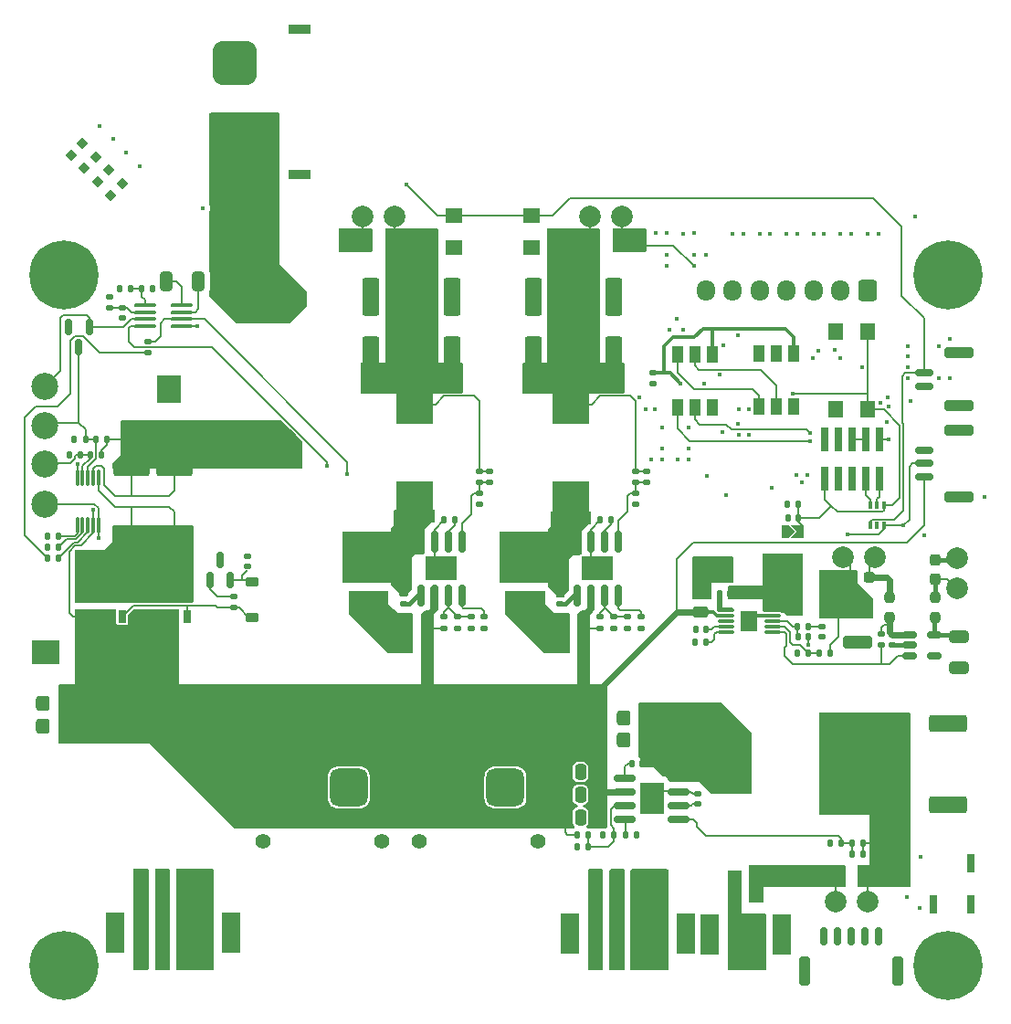
<source format=gbr>
%TF.GenerationSoftware,KiCad,Pcbnew,8.0.7*%
%TF.CreationDate,2025-03-31T23:05:00-04:00*%
%TF.ProjectId,power,706f7765-722e-46b6-9963-61645f706362,1.1*%
%TF.SameCoordinates,Original*%
%TF.FileFunction,Copper,L1,Top*%
%TF.FilePolarity,Positive*%
%FSLAX46Y46*%
G04 Gerber Fmt 4.6, Leading zero omitted, Abs format (unit mm)*
G04 Created by KiCad (PCBNEW 8.0.7) date 2025-03-31 23:05:00*
%MOMM*%
%LPD*%
G01*
G04 APERTURE LIST*
G04 Aperture macros list*
%AMRoundRect*
0 Rectangle with rounded corners*
0 $1 Rounding radius*
0 $2 $3 $4 $5 $6 $7 $8 $9 X,Y pos of 4 corners*
0 Add a 4 corners polygon primitive as box body*
4,1,4,$2,$3,$4,$5,$6,$7,$8,$9,$2,$3,0*
0 Add four circle primitives for the rounded corners*
1,1,$1+$1,$2,$3*
1,1,$1+$1,$4,$5*
1,1,$1+$1,$6,$7*
1,1,$1+$1,$8,$9*
0 Add four rect primitives between the rounded corners*
20,1,$1+$1,$2,$3,$4,$5,0*
20,1,$1+$1,$4,$5,$6,$7,0*
20,1,$1+$1,$6,$7,$8,$9,0*
20,1,$1+$1,$8,$9,$2,$3,0*%
%AMRotRect*
0 Rectangle, with rotation*
0 The origin of the aperture is its center*
0 $1 length*
0 $2 width*
0 $3 Rotation angle, in degrees counterclockwise*
0 Add horizontal line*
21,1,$1,$2,0,0,$3*%
%AMFreePoly0*
4,1,6,1.037000,0.000000,0.437000,-0.600000,-0.150000,-0.600000,-0.150000,0.600000,0.437000,0.600000,1.037000,0.000000,1.037000,0.000000,$1*%
%AMFreePoly1*
4,1,6,0.150000,-0.600000,-1.037000,-0.600000,-0.437000,0.000000,-1.037000,0.600000,0.150000,0.600000,0.150000,-0.600000,0.150000,-0.600000,$1*%
G04 Aperture macros list end*
%TA.AperFunction,SMDPad,CuDef*%
%ADD10R,0.650000X1.150000*%
%TD*%
%TA.AperFunction,SMDPad,CuDef*%
%ADD11R,4.600000X4.650000*%
%TD*%
%TA.AperFunction,SMDPad,CuDef*%
%ADD12R,1.000000X2.700000*%
%TD*%
%TA.AperFunction,SMDPad,CuDef*%
%ADD13R,1.800000X3.800000*%
%TD*%
%TA.AperFunction,SMDPad,CuDef*%
%ADD14RoundRect,0.150000X0.150000X-0.825000X0.150000X0.825000X-0.150000X0.825000X-0.150000X-0.825000X0*%
%TD*%
%TA.AperFunction,HeatsinkPad*%
%ADD15R,3.000000X2.290000*%
%TD*%
%TA.AperFunction,SMDPad,CuDef*%
%ADD16RoundRect,0.250000X0.550000X-1.500000X0.550000X1.500000X-0.550000X1.500000X-0.550000X-1.500000X0*%
%TD*%
%TA.AperFunction,SMDPad,CuDef*%
%ADD17RoundRect,0.140000X-0.170000X0.140000X-0.170000X-0.140000X0.170000X-0.140000X0.170000X0.140000X0*%
%TD*%
%TA.AperFunction,SMDPad,CuDef*%
%ADD18RoundRect,0.150000X0.700000X-0.150000X0.700000X0.150000X-0.700000X0.150000X-0.700000X-0.150000X0*%
%TD*%
%TA.AperFunction,SMDPad,CuDef*%
%ADD19RoundRect,0.250000X1.100000X-0.250000X1.100000X0.250000X-1.100000X0.250000X-1.100000X-0.250000X0*%
%TD*%
%TA.AperFunction,SMDPad,CuDef*%
%ADD20C,2.500000*%
%TD*%
%TA.AperFunction,ComponentPad*%
%ADD21C,3.200000*%
%TD*%
%TA.AperFunction,SMDPad,CuDef*%
%ADD22RoundRect,0.250000X-1.500000X-0.550000X1.500000X-0.550000X1.500000X0.550000X-1.500000X0.550000X0*%
%TD*%
%TA.AperFunction,SMDPad,CuDef*%
%ADD23RoundRect,0.250000X0.450000X0.800000X-0.450000X0.800000X-0.450000X-0.800000X0.450000X-0.800000X0*%
%TD*%
%TA.AperFunction,SMDPad,CuDef*%
%ADD24RoundRect,0.135000X0.185000X-0.135000X0.185000X0.135000X-0.185000X0.135000X-0.185000X-0.135000X0*%
%TD*%
%TA.AperFunction,SMDPad,CuDef*%
%ADD25RoundRect,0.135000X0.135000X0.185000X-0.135000X0.185000X-0.135000X-0.185000X0.135000X-0.185000X0*%
%TD*%
%TA.AperFunction,ComponentPad*%
%ADD26C,3.600000*%
%TD*%
%TA.AperFunction,ConnectorPad*%
%ADD27C,6.400000*%
%TD*%
%TA.AperFunction,SMDPad,CuDef*%
%ADD28RoundRect,0.135000X-0.135000X-0.185000X0.135000X-0.185000X0.135000X0.185000X-0.135000X0.185000X0*%
%TD*%
%TA.AperFunction,SMDPad,CuDef*%
%ADD29RoundRect,0.250000X-1.425000X0.362500X-1.425000X-0.362500X1.425000X-0.362500X1.425000X0.362500X0*%
%TD*%
%TA.AperFunction,SMDPad,CuDef*%
%ADD30R,3.500000X3.550000*%
%TD*%
%TA.AperFunction,SMDPad,CuDef*%
%ADD31RoundRect,0.250001X-0.462499X-0.624999X0.462499X-0.624999X0.462499X0.624999X-0.462499X0.624999X0*%
%TD*%
%TA.AperFunction,SMDPad,CuDef*%
%ADD32RoundRect,0.250000X0.475000X-0.250000X0.475000X0.250000X-0.475000X0.250000X-0.475000X-0.250000X0*%
%TD*%
%TA.AperFunction,SMDPad,CuDef*%
%ADD33RoundRect,0.140000X0.170000X-0.140000X0.170000X0.140000X-0.170000X0.140000X-0.170000X-0.140000X0*%
%TD*%
%TA.AperFunction,SMDPad,CuDef*%
%ADD34RoundRect,0.100000X0.100000X-0.225000X0.100000X0.225000X-0.100000X0.225000X-0.100000X-0.225000X0*%
%TD*%
%TA.AperFunction,SMDPad,CuDef*%
%ADD35R,0.800000X2.200000*%
%TD*%
%TA.AperFunction,SMDPad,CuDef*%
%ADD36R,1.600000X1.400000*%
%TD*%
%TA.AperFunction,SMDPad,CuDef*%
%ADD37RoundRect,0.237500X-0.237500X0.250000X-0.237500X-0.250000X0.237500X-0.250000X0.237500X0.250000X0*%
%TD*%
%TA.AperFunction,SMDPad,CuDef*%
%ADD38RoundRect,0.075000X-0.650000X-0.075000X0.650000X-0.075000X0.650000X0.075000X-0.650000X0.075000X0*%
%TD*%
%TA.AperFunction,HeatsinkPad*%
%ADD39R,1.570000X1.880000*%
%TD*%
%TA.AperFunction,SMDPad,CuDef*%
%ADD40RoundRect,0.140000X-0.140000X-0.170000X0.140000X-0.170000X0.140000X0.170000X-0.140000X0.170000X0*%
%TD*%
%TA.AperFunction,SMDPad,CuDef*%
%ADD41RoundRect,0.250000X0.250000X0.475000X-0.250000X0.475000X-0.250000X-0.475000X0.250000X-0.475000X0*%
%TD*%
%TA.AperFunction,ComponentPad*%
%ADD42RoundRect,0.250000X0.600000X0.725000X-0.600000X0.725000X-0.600000X-0.725000X0.600000X-0.725000X0*%
%TD*%
%TA.AperFunction,ComponentPad*%
%ADD43O,1.700000X1.950000*%
%TD*%
%TA.AperFunction,SMDPad,CuDef*%
%ADD44RoundRect,0.317500X0.382500X0.317500X-0.382500X0.317500X-0.382500X-0.317500X0.382500X-0.317500X0*%
%TD*%
%TA.AperFunction,SMDPad,CuDef*%
%ADD45R,4.800000X4.720000*%
%TD*%
%TA.AperFunction,SMDPad,CuDef*%
%ADD46RoundRect,0.140000X0.140000X0.170000X-0.140000X0.170000X-0.140000X-0.170000X0.140000X-0.170000X0*%
%TD*%
%TA.AperFunction,SMDPad,CuDef*%
%ADD47RoundRect,0.100000X0.900000X0.100000X-0.900000X0.100000X-0.900000X-0.100000X0.900000X-0.100000X0*%
%TD*%
%TA.AperFunction,ComponentPad*%
%ADD48C,1.400000*%
%TD*%
%TA.AperFunction,ComponentPad*%
%ADD49RoundRect,0.770000X0.980000X0.980000X-0.980000X0.980000X-0.980000X-0.980000X0.980000X-0.980000X0*%
%TD*%
%TA.AperFunction,ComponentPad*%
%ADD50C,3.500000*%
%TD*%
%TA.AperFunction,SMDPad,CuDef*%
%ADD51RoundRect,0.150000X-0.512500X-0.150000X0.512500X-0.150000X0.512500X0.150000X-0.512500X0.150000X0*%
%TD*%
%TA.AperFunction,SMDPad,CuDef*%
%ADD52RoundRect,0.250001X0.462499X0.624999X-0.462499X0.624999X-0.462499X-0.624999X0.462499X-0.624999X0*%
%TD*%
%TA.AperFunction,ComponentPad*%
%ADD53R,2.000000X0.900000*%
%TD*%
%TA.AperFunction,ComponentPad*%
%ADD54RoundRect,1.025000X-1.025000X1.025000X-1.025000X-1.025000X1.025000X-1.025000X1.025000X1.025000X0*%
%TD*%
%TA.AperFunction,ComponentPad*%
%ADD55C,4.100000*%
%TD*%
%TA.AperFunction,SMDPad,CuDef*%
%ADD56R,1.100000X3.700000*%
%TD*%
%TA.AperFunction,SMDPad,CuDef*%
%ADD57RoundRect,1.025000X-1.025000X-1.725000X1.025000X-1.725000X1.025000X1.725000X-1.025000X1.725000X0*%
%TD*%
%TA.AperFunction,SMDPad,CuDef*%
%ADD58RoundRect,0.237500X0.237500X-0.287500X0.237500X0.287500X-0.237500X0.287500X-0.237500X-0.287500X0*%
%TD*%
%TA.AperFunction,SMDPad,CuDef*%
%ADD59R,1.000000X1.500000*%
%TD*%
%TA.AperFunction,SMDPad,CuDef*%
%ADD60R,0.800000X1.800000*%
%TD*%
%TA.AperFunction,SMDPad,CuDef*%
%ADD61RoundRect,0.225000X-0.375000X0.225000X-0.375000X-0.225000X0.375000X-0.225000X0.375000X0.225000X0*%
%TD*%
%TA.AperFunction,SMDPad,CuDef*%
%ADD62RoundRect,0.237500X0.237500X-0.250000X0.237500X0.250000X-0.237500X0.250000X-0.237500X-0.250000X0*%
%TD*%
%TA.AperFunction,SMDPad,CuDef*%
%ADD63RotRect,0.800000X0.800000X225.000000*%
%TD*%
%TA.AperFunction,SMDPad,CuDef*%
%ADD64R,2.500000X2.300000*%
%TD*%
%TA.AperFunction,SMDPad,CuDef*%
%ADD65FreePoly0,0.000000*%
%TD*%
%TA.AperFunction,SMDPad,CuDef*%
%ADD66FreePoly1,0.000000*%
%TD*%
%TA.AperFunction,SMDPad,CuDef*%
%ADD67RoundRect,0.150000X-0.150000X0.587500X-0.150000X-0.587500X0.150000X-0.587500X0.150000X0.587500X0*%
%TD*%
%TA.AperFunction,SMDPad,CuDef*%
%ADD68RoundRect,0.150000X0.150000X-0.587500X0.150000X0.587500X-0.150000X0.587500X-0.150000X-0.587500X0*%
%TD*%
%TA.AperFunction,SMDPad,CuDef*%
%ADD69R,2.300000X2.500000*%
%TD*%
%TA.AperFunction,SMDPad,CuDef*%
%ADD70RoundRect,0.150000X-0.150000X-0.700000X0.150000X-0.700000X0.150000X0.700000X-0.150000X0.700000X0*%
%TD*%
%TA.AperFunction,SMDPad,CuDef*%
%ADD71RoundRect,0.250000X-0.250000X-1.100000X0.250000X-1.100000X0.250000X1.100000X-0.250000X1.100000X0*%
%TD*%
%TA.AperFunction,SMDPad,CuDef*%
%ADD72RoundRect,0.250000X0.325000X0.650000X-0.325000X0.650000X-0.325000X-0.650000X0.325000X-0.650000X0*%
%TD*%
%TA.AperFunction,SMDPad,CuDef*%
%ADD73R,1.400000X1.600000*%
%TD*%
%TA.AperFunction,SMDPad,CuDef*%
%ADD74RoundRect,0.250000X-1.100000X0.325000X-1.100000X-0.325000X1.100000X-0.325000X1.100000X0.325000X0*%
%TD*%
%TA.AperFunction,SMDPad,CuDef*%
%ADD75RoundRect,0.135000X-0.185000X0.135000X-0.185000X-0.135000X0.185000X-0.135000X0.185000X0.135000X0*%
%TD*%
%TA.AperFunction,SMDPad,CuDef*%
%ADD76RoundRect,0.150000X-0.825000X-0.150000X0.825000X-0.150000X0.825000X0.150000X-0.825000X0.150000X0*%
%TD*%
%TA.AperFunction,HeatsinkPad*%
%ADD77R,2.290000X3.000000*%
%TD*%
%TA.AperFunction,SMDPad,CuDef*%
%ADD78RoundRect,0.250000X-0.650000X0.325000X-0.650000X-0.325000X0.650000X-0.325000X0.650000X0.325000X0*%
%TD*%
%TA.AperFunction,SMDPad,CuDef*%
%ADD79RoundRect,0.237500X-0.287500X-0.237500X0.287500X-0.237500X0.287500X0.237500X-0.287500X0.237500X0*%
%TD*%
%TA.AperFunction,SMDPad,CuDef*%
%ADD80RoundRect,0.317500X0.317500X-0.382500X0.317500X0.382500X-0.317500X0.382500X-0.317500X-0.382500X0*%
%TD*%
%TA.AperFunction,SMDPad,CuDef*%
%ADD81R,4.720000X4.800000*%
%TD*%
%TA.AperFunction,SMDPad,CuDef*%
%ADD82RoundRect,0.075000X-0.075000X0.650000X-0.075000X-0.650000X0.075000X-0.650000X0.075000X0.650000X0*%
%TD*%
%TA.AperFunction,ViaPad*%
%ADD83C,0.450000*%
%TD*%
%TA.AperFunction,ViaPad*%
%ADD84C,1.000000*%
%TD*%
%TA.AperFunction,ViaPad*%
%ADD85C,2.000000*%
%TD*%
%TA.AperFunction,Conductor*%
%ADD86C,0.153000*%
%TD*%
%TA.AperFunction,Conductor*%
%ADD87C,0.200000*%
%TD*%
%TA.AperFunction,Conductor*%
%ADD88C,0.400000*%
%TD*%
%TA.AperFunction,Conductor*%
%ADD89C,0.300000*%
%TD*%
%TA.AperFunction,Conductor*%
%ADD90C,0.600000*%
%TD*%
G04 APERTURE END LIST*
D10*
%TO.P,Q4,1,S*%
%TO.N,+BATT*%
X97595000Y-109725000D03*
%TO.P,Q4,2,S*%
X98865000Y-109725000D03*
%TO.P,Q4,3,S*%
X100135000Y-109725000D03*
%TO.P,Q4,4,G*%
%TO.N,/power_protection/GATE*%
X101405000Y-109725000D03*
D11*
%TO.P,Q4,5,D*%
%TO.N,Net-(Q4-D)*%
X99500000Y-106025000D03*
%TD*%
D12*
%TO.P,J4,1,Pin_1*%
%TO.N,+5V*%
X145300000Y-134600000D03*
%TO.P,J4,2,Pin_2*%
%TO.N,+3.3V*%
X147300000Y-134600000D03*
%TO.P,J4,3,Pin_3*%
%TO.N,GND*%
X149300000Y-134600000D03*
%TO.P,J4,4,Pin_4*%
X151300000Y-134600000D03*
D13*
%TO.P,J4,MP*%
%TO.N,N/C*%
X153650000Y-139050000D03*
X142950000Y-139050000D03*
%TD*%
D14*
%TO.P,U8,1,BOOT*%
%TO.N,Net-(U8-BOOT)*%
X129095001Y-107725000D03*
%TO.P,U8,2,VIN*%
%TO.N,+BATT*%
X130365001Y-107725000D03*
%TO.P,U8,3,EN*%
%TO.N,Net-(U8-EN)*%
X131635001Y-107725000D03*
%TO.P,U8,4,RT/SYNC*%
%TO.N,Net-(U8-RT{slash}SYNC)*%
X132905001Y-107725000D03*
%TO.P,U8,5,FB*%
%TO.N,Net-(U8-FB)*%
X132905001Y-102775000D03*
%TO.P,U8,6,SS*%
%TO.N,Net-(U8-SS)*%
X131635001Y-102775000D03*
%TO.P,U8,7,GND*%
%TO.N,GND*%
X130365001Y-102775000D03*
%TO.P,U8,8,SW*%
%TO.N,Net-(D16-K)*%
X129095001Y-102775000D03*
D15*
%TO.P,U8,9,PAD*%
%TO.N,GND*%
X131000001Y-105250000D03*
%TD*%
D16*
%TO.P,C36,1*%
%TO.N,Net-(C30-Pad2)*%
X132000000Y-85450000D03*
%TO.P,C36,2*%
%TO.N,GND*%
X132000000Y-80050000D03*
%TD*%
D17*
%TO.P,C38,1*%
%TO.N,+5V_LOCAL*%
X172800000Y-111370000D03*
%TO.P,C38,2*%
%TO.N,GND*%
X172800000Y-112330000D03*
%TD*%
D18*
%TO.P,SW2,1,1*%
%TO.N,GND*%
X175750000Y-88325000D03*
%TO.P,SW2,2,2*%
%TO.N,~{PB}*%
X175750000Y-87075000D03*
D19*
%TO.P,SW2,MP*%
%TO.N,N/C*%
X178950000Y-90175000D03*
X178950000Y-85225000D03*
%TD*%
D20*
%TO.P,TP3,1,1*%
%TO.N,Net-(U4-OVLO)*%
X94249999Y-95600000D03*
%TD*%
D21*
%TO.P,F6,1*%
%TO.N,+V_{batt_raw}*%
X116200000Y-80265000D03*
X112800000Y-80265000D03*
%TO.P,F6,2*%
%TO.N,+V_{batt_fused}*%
X116200000Y-93735000D03*
X112800000Y-93735000D03*
%TD*%
D22*
%TO.P,C25,1*%
%TO.N,Net-(C22-Pad1)*%
X172600000Y-127100000D03*
%TO.P,C25,2*%
%TO.N,GND*%
X178000000Y-127100000D03*
%TD*%
D14*
%TO.P,U7,1,BOOT*%
%TO.N,Net-(U7-BOOT)*%
X143595000Y-107725000D03*
%TO.P,U7,2,VIN*%
%TO.N,+BATT*%
X144865000Y-107725000D03*
%TO.P,U7,3,EN*%
%TO.N,Net-(U7-EN)*%
X146135000Y-107725000D03*
%TO.P,U7,4,RT/SYNC*%
%TO.N,Net-(U7-RT{slash}SYNC)*%
X147405000Y-107725000D03*
%TO.P,U7,5,FB*%
%TO.N,Net-(U7-FB)*%
X147405000Y-102775000D03*
%TO.P,U7,6,SS*%
%TO.N,Net-(U7-SS)*%
X146135000Y-102775000D03*
%TO.P,U7,7,GND*%
%TO.N,GND*%
X144865000Y-102775000D03*
%TO.P,U7,8,SW*%
%TO.N,Net-(D15-K)*%
X143595000Y-102775000D03*
D15*
%TO.P,U7,9,PAD*%
%TO.N,GND*%
X145500000Y-105250000D03*
%TD*%
D23*
%TO.P,D18,1,K*%
%TO.N,Net-(D18-K)*%
X161750000Y-105350000D03*
%TO.P,D18,2,A*%
%TO.N,GND*%
X157350000Y-105350000D03*
%TD*%
D24*
%TO.P,R20,1*%
%TO.N,+3.3V_LOCAL_ALWAYS_ON*%
X103800000Y-85210000D03*
%TO.P,R20,2*%
%TO.N,/mcu/PWR_~{KILL}*%
X103800000Y-84190000D03*
%TD*%
D25*
%TO.P,R13,1*%
%TO.N,Net-(U4-OVLO)*%
X97510000Y-94750000D03*
%TO.P,R13,2*%
%TO.N,GND*%
X96490000Y-94750000D03*
%TD*%
%TO.P,R38,1*%
%TO.N,Net-(U10-RT{slash}CLK)*%
X155560000Y-112100000D03*
%TO.P,R38,2*%
%TO.N,GND*%
X154540000Y-112100000D03*
%TD*%
D26*
%TO.P,H3,1*%
%TO.N,N/C*%
X178000000Y-142000000D03*
D27*
X178000000Y-142000000D03*
%TD*%
D28*
%TO.P,R73,1*%
%TO.N,GND*%
X145990000Y-129900000D03*
%TO.P,R73,2*%
%TO.N,Net-(U6-EN)*%
X147010000Y-129900000D03*
%TD*%
D29*
%TO.P,R14,1*%
%TO.N,+V_{batt_fused}*%
X106250000Y-96037500D03*
%TO.P,R14,2*%
%TO.N,Net-(Q4-D)*%
X106250000Y-101962500D03*
%TD*%
D30*
%TO.P,L2,1,1*%
%TO.N,Net-(D15-K)*%
X143000000Y-98975000D03*
%TO.P,L2,2,2*%
%TO.N,Net-(C29-Pad2)*%
X143000000Y-90025000D03*
%TD*%
D31*
%TO.P,F2,1*%
%TO.N,Net-(C29-Pad2)*%
X144812500Y-74800000D03*
%TO.P,F2,2*%
%TO.N,+5V*%
X147787500Y-74800000D03*
%TD*%
D32*
%TO.P,C37,1*%
%TO.N,+BATT*%
X155050000Y-109300000D03*
%TO.P,C37,2*%
%TO.N,GND*%
X155050000Y-107400000D03*
%TD*%
D26*
%TO.P,H1,1*%
%TO.N,N/C*%
X96000000Y-78000000D03*
D27*
X96000000Y-78000000D03*
%TD*%
D33*
%TO.P,C31,1*%
%TO.N,Net-(U6-SS)*%
X154800000Y-127080000D03*
%TO.P,C31,2*%
%TO.N,GND*%
X154800000Y-126120000D03*
%TD*%
D34*
%TO.P,D9,1,K1*%
%TO.N,~{PB}*%
X170750000Y-101250000D03*
%TO.P,D9,2,A*%
%TO.N,GND*%
X171400000Y-101250000D03*
%TO.P,D9,3,K2*%
%TO.N,/mcu/LED_SHUTDOWN_ACK_PWR*%
X172050000Y-101250000D03*
%TO.P,D9,4,K3*%
%TO.N,/mcu/NRST*%
X172050000Y-99350000D03*
%TO.P,D9,5,K4*%
%TO.N,/mcu/SWDIO*%
X171400000Y-99350000D03*
%TO.P,D9,6,K5*%
%TO.N,/mcu/SWCLK*%
X170750000Y-99350000D03*
%TD*%
D10*
%TO.P,Q5,1,S*%
%TO.N,+BATT*%
X103595000Y-109725000D03*
%TO.P,Q5,2,S*%
X104865000Y-109725000D03*
%TO.P,Q5,3,S*%
X106135000Y-109725000D03*
%TO.P,Q5,4,G*%
%TO.N,/power_protection/GATE*%
X107405000Y-109725000D03*
D11*
%TO.P,Q5,5,D*%
%TO.N,Net-(Q4-D)*%
X105500000Y-106025000D03*
%TD*%
D24*
%TO.P,R27,1*%
%TO.N,/mcu/PWR_3v3_EN*%
X132500000Y-110760000D03*
%TO.P,R27,2*%
%TO.N,Net-(U8-EN)*%
X132500000Y-109740000D03*
%TD*%
D17*
%TO.P,C40,1*%
%TO.N,Net-(C40-Pad1)*%
X166290000Y-110620000D03*
%TO.P,C40,2*%
%TO.N,GND*%
X166290000Y-111580000D03*
%TD*%
D33*
%TO.P,C29,1*%
%TO.N,Net-(U7-FB)*%
X150000000Y-97230000D03*
%TO.P,C29,2*%
%TO.N,Net-(C29-Pad2)*%
X150000000Y-96270000D03*
%TD*%
D22*
%TO.P,C22,1*%
%TO.N,Net-(C22-Pad1)*%
X172600000Y-119600000D03*
%TO.P,C22,2*%
%TO.N,GND*%
X178000000Y-119600000D03*
%TD*%
D35*
%TO.P,J1,1,VTref*%
%TO.N,+3.3V_LOCAL*%
X171600000Y-93260000D03*
%TO.P,J1,2,SWDIO/TMS*%
%TO.N,/mcu/SWDIO*%
X171600000Y-96900000D03*
%TO.P,J1,3,GND*%
%TO.N,GND*%
X170330000Y-93260000D03*
%TO.P,J1,4,SWDCLK/TCK*%
%TO.N,/mcu/SWCLK*%
X170330000Y-96900000D03*
%TO.P,J1,5,GND*%
%TO.N,GND*%
X169060000Y-93260000D03*
%TO.P,J1,6,SWO/TDO*%
%TO.N,unconnected-(J1-SWO{slash}TDO-Pad6)*%
X169060000Y-96900000D03*
%TO.P,J1,7,KEY*%
%TO.N,unconnected-(J1-KEY-Pad7)*%
X167790000Y-93260000D03*
%TO.P,J1,8,NC/TDI*%
%TO.N,unconnected-(J1-NC{slash}TDI-Pad8)*%
X167790000Y-96900000D03*
%TO.P,J1,9,GNDDetect*%
%TO.N,GND*%
X166520000Y-93260000D03*
%TO.P,J1,10,~{RESET}*%
%TO.N,/mcu/NRST*%
X166520000Y-96900000D03*
%TD*%
D36*
%TO.P,SW3,1,1*%
%TO.N,GND*%
X139350000Y-75500000D03*
X132150000Y-75500000D03*
%TO.P,SW3,2,2*%
%TO.N,~{PB}*%
X139350000Y-72500000D03*
X132150000Y-72500000D03*
%TD*%
D24*
%TO.P,R35,1*%
%TO.N,Net-(U8-FB)*%
X134500000Y-97260000D03*
%TO.P,R35,2*%
%TO.N,Net-(C30-Pad2)*%
X134500000Y-96240000D03*
%TD*%
D37*
%TO.P,JP3,1,A*%
%TO.N,Net-(JP3-A)*%
X172550000Y-107937500D03*
%TO.P,JP3,2,B*%
%TO.N,+5V_LOCAL*%
X172550000Y-109762500D03*
%TD*%
D38*
%TO.P,U10,1,BOOT*%
%TO.N,Net-(U10-BOOT)*%
X157400000Y-109100000D03*
%TO.P,U10,2,VIN*%
%TO.N,+BATT*%
X157400000Y-109600000D03*
%TO.P,U10,3,EN*%
%TO.N,unconnected-(U10-EN-Pad3)*%
X157400000Y-110100000D03*
%TO.P,U10,4,SS/TR*%
%TO.N,Net-(U10-SS{slash}TR)*%
X157400000Y-110600000D03*
%TO.P,U10,5,RT/CLK*%
%TO.N,Net-(U10-RT{slash}CLK)*%
X157400000Y-111100000D03*
%TO.P,U10,6,PWRGD*%
%TO.N,/power_regulation/3v3L_EN*%
X161700000Y-111100000D03*
%TO.P,U10,7,VSENSE*%
%TO.N,Net-(U10-VSENSE)*%
X161700000Y-110600000D03*
%TO.P,U10,8,COMP*%
%TO.N,Net-(U10-COMP)*%
X161700000Y-110100000D03*
%TO.P,U10,9,GND*%
%TO.N,GND*%
X161700000Y-109600000D03*
%TO.P,U10,10,PH*%
%TO.N,Net-(D18-K)*%
X161700000Y-109100000D03*
D39*
%TO.P,U10,11,GND*%
%TO.N,GND*%
X159550000Y-110100000D03*
%TD*%
D16*
%TO.P,C32,1*%
%TO.N,Net-(C29-Pad2)*%
X139500000Y-85450000D03*
%TO.P,C32,2*%
%TO.N,GND*%
X139500000Y-80050000D03*
%TD*%
D33*
%TO.P,C27,1*%
%TO.N,Net-(U8-BOOT)*%
X127499999Y-108480000D03*
%TO.P,C27,2*%
%TO.N,Net-(D16-K)*%
X127499999Y-107520000D03*
%TD*%
D40*
%TO.P,C39,1*%
%TO.N,Net-(U10-COMP)*%
X164060000Y-111600000D03*
%TO.P,C39,2*%
%TO.N,GND*%
X165020000Y-111600000D03*
%TD*%
D41*
%TO.P,C17,1*%
%TO.N,+BATT*%
X129700000Y-112250000D03*
%TO.P,C17,2*%
%TO.N,GND*%
X127800000Y-112250000D03*
%TD*%
%TO.P,C16,1*%
%TO.N,+BATT*%
X144200001Y-112250000D03*
%TO.P,C16,2*%
%TO.N,GND*%
X142300001Y-112250000D03*
%TD*%
D42*
%TO.P,J8,1,Pin_1*%
%TO.N,/input_connectors/BATT_BALANCE.CELL_6*%
X170500000Y-79450000D03*
D43*
%TO.P,J8,2,Pin_2*%
%TO.N,/input_connectors/BATT_BALANCE.CELL_5*%
X168000000Y-79450000D03*
%TO.P,J8,3,Pin_3*%
%TO.N,/input_connectors/BATT_BALANCE.CELL_4*%
X165500000Y-79450000D03*
%TO.P,J8,4,Pin_4*%
%TO.N,/input_connectors/BATT_BALANCE.CELL_3*%
X163000000Y-79450000D03*
%TO.P,J8,5,Pin_5*%
%TO.N,/input_connectors/BATT_BALANCE.CELL_2*%
X160500000Y-79450000D03*
%TO.P,J8,6,Pin_6*%
%TO.N,/input_connectors/BATT_BALANCE.CELL_1*%
X158000000Y-79450000D03*
%TO.P,J8,7,Pin_7*%
%TO.N,Net-(J8-Pin_7)*%
X155500000Y-79450000D03*
%TD*%
D44*
%TO.P,D15,1,A*%
%TO.N,GND*%
X139790000Y-108000000D03*
%TO.P,D15,2,A*%
X137710000Y-108000000D03*
D45*
%TO.P,D15,3,K*%
%TO.N,Net-(D15-K)*%
X138750000Y-104195000D03*
%TD*%
D24*
%TO.P,R36,1*%
%TO.N,GND*%
X134500000Y-99260000D03*
%TO.P,R36,2*%
%TO.N,Net-(U8-FB)*%
X134500000Y-98240000D03*
%TD*%
D28*
%TO.P,R1,1*%
%TO.N,+3.3V_LOCAL*%
X163090000Y-99300000D03*
%TO.P,R1,2*%
%TO.N,/mcu/NRST*%
X164110000Y-99300000D03*
%TD*%
D46*
%TO.P,C24,1*%
%TO.N,Net-(U8-SS)*%
X132230001Y-100750000D03*
%TO.P,C24,2*%
%TO.N,GND*%
X131270001Y-100750000D03*
%TD*%
D24*
%TO.P,R24,1*%
%TO.N,+BATT*%
X145750000Y-110760000D03*
%TO.P,R24,2*%
%TO.N,Net-(U7-EN)*%
X145750000Y-109740000D03*
%TD*%
D47*
%TO.P,U5,1,ON*%
%TO.N,GND*%
X106936284Y-82770000D03*
%TO.P,U5,2,~{KILL}*%
%TO.N,/mcu/PWR_~{KILL}*%
X106936284Y-82130000D03*
%TO.P,U5,3,TMR*%
%TO.N,Net-(U5-TMR)*%
X106936284Y-81470000D03*
%TO.P,U5,4,GND*%
%TO.N,GND*%
X106936284Y-80830000D03*
%TO.P,U5,5,~{PB}*%
%TO.N,Net-(U5-~{PB})*%
X103516284Y-80830000D03*
%TO.P,U5,6,V_{in}*%
%TO.N,Net-(U5-V_{in})*%
X103516284Y-81470000D03*
%TO.P,U5,7,~{EN}*%
%TO.N,/power_protection/~{EN}*%
X103516284Y-82130000D03*
%TO.P,U5,8,~{INT}*%
%TO.N,/mcu/PWR_BTN_~{INT}*%
X103516284Y-82770000D03*
%TD*%
D25*
%TO.P,R11,1*%
%TO.N,/power_protection/EN_UVLO_OVRR*%
X98010000Y-93250000D03*
%TO.P,R11,2*%
%TO.N,GND*%
X96990000Y-93250000D03*
%TD*%
D48*
%TO.P,J5,*%
%TO.N,*%
X125449999Y-130550000D03*
X114449999Y-130550000D03*
D49*
%TO.P,J5,1,Pin_1*%
%TO.N,GND*%
X122449999Y-125550000D03*
D50*
%TO.P,J5,2,Pin_2*%
%TO.N,+BATT*%
X117449999Y-125550000D03*
%TD*%
D51*
%TO.P,U9,1,IN*%
%TO.N,+5V_LOCAL*%
X174412500Y-111400000D03*
%TO.P,U9,2,GND*%
%TO.N,GND*%
X174412500Y-112350000D03*
%TO.P,U9,3,EN*%
%TO.N,/power_regulation/3v3L_EN*%
X174412500Y-113300000D03*
%TO.P,U9,4,NC*%
%TO.N,unconnected-(U9-NC-Pad4)*%
X176687500Y-113300000D03*
%TO.P,U9,5,OUT*%
%TO.N,+3.3V_LOCAL_ALWAYS_ON*%
X176687500Y-111400000D03*
%TD*%
D52*
%TO.P,F1,1*%
%TO.N,Net-(C22-Pad1)*%
X170537500Y-133750000D03*
%TO.P,F1,2*%
%TO.N,+12V*%
X167562500Y-133750000D03*
%TD*%
D24*
%TO.P,R25,1*%
%TO.N,/mcu/PWR_5v0_EN*%
X146999999Y-110760000D03*
%TO.P,R25,2*%
%TO.N,Net-(U7-EN)*%
X146999999Y-109740000D03*
%TD*%
D53*
%TO.P,J7,*%
%TO.N,*%
X117850000Y-55250000D03*
X117850000Y-68750000D03*
D54*
%TO.P,J7,1,Pin_1*%
%TO.N,GND*%
X111850000Y-58400000D03*
D55*
%TO.P,J7,2,Pin_2*%
%TO.N,+V_{batt_raw}*%
X111850000Y-65600000D03*
%TD*%
D24*
%TO.P,R31,1*%
%TO.N,GND*%
X133750000Y-110760000D03*
%TO.P,R31,2*%
%TO.N,Net-(U8-EN)*%
X133750000Y-109740000D03*
%TD*%
D40*
%TO.P,C28,1*%
%TO.N,Net-(U6-FB)*%
X169120000Y-131700000D03*
%TO.P,C28,2*%
%TO.N,Net-(C22-Pad1)*%
X170080000Y-131700000D03*
%TD*%
D46*
%TO.P,C12,1*%
%TO.N,Net-(U4-TIMER)*%
X95480000Y-102250000D03*
%TO.P,C12,2*%
%TO.N,GND*%
X94520000Y-102250000D03*
%TD*%
D56*
%TO.P,L4,1,1*%
%TO.N,Net-(D18-K)*%
X163800000Y-107600000D03*
%TO.P,L4,2,2*%
%TO.N,Net-(C44-Pad1)*%
X166800000Y-107600000D03*
%TD*%
D57*
%TO.P,L5,1,1*%
%TO.N,Net-(D1-K)*%
X157700000Y-123300000D03*
%TO.P,L5,2,2*%
%TO.N,Net-(C22-Pad1)*%
X168300000Y-123300000D03*
%TD*%
D33*
%TO.P,C26,1*%
%TO.N,Net-(U7-BOOT)*%
X142000000Y-108480000D03*
%TO.P,C26,2*%
%TO.N,Net-(D15-K)*%
X142000000Y-107520000D03*
%TD*%
D58*
%TO.P,F4,1*%
%TO.N,Net-(JP2-B)*%
X176800000Y-106225000D03*
%TO.P,F4,2*%
%TO.N,+3.3V_LOCAL*%
X176800000Y-104475000D03*
%TD*%
D59*
%TO.P,U1,1,SDI*%
%TO.N,/mcu/DOTSTAR_MOSI*%
X152900000Y-90300000D03*
%TO.P,U1,2,CKI*%
%TO.N,/mcu/DOTSTAR_SCK*%
X154500000Y-90300000D03*
%TO.P,U1,3,GND*%
%TO.N,GND*%
X156100000Y-90300000D03*
%TO.P,U1,4,VCC*%
%TO.N,+5V_LOCAL*%
X156100000Y-85400000D03*
%TO.P,U1,5,CKO*%
%TO.N,Net-(U1-CKO)*%
X154500000Y-85400000D03*
%TO.P,U1,6,SDO*%
%TO.N,Net-(U1-SDO)*%
X152900000Y-85400000D03*
%TD*%
D25*
%TO.P,R10,1*%
%TO.N,+V_{batt_fused}*%
X100010000Y-93250001D03*
%TO.P,R10,2*%
%TO.N,/power_protection/EN_UVLO_OVRR*%
X98990000Y-93250001D03*
%TD*%
D28*
%TO.P,R54,1*%
%TO.N,+BATT*%
X143590000Y-129910000D03*
%TO.P,R54,2*%
%TO.N,Net-(U6-EN)*%
X144610000Y-129910000D03*
%TD*%
D41*
%TO.P,C18,1*%
%TO.N,+BATT*%
X145800001Y-126200000D03*
%TO.P,C18,2*%
%TO.N,GND*%
X143900001Y-126200000D03*
%TD*%
D25*
%TO.P,R12,1*%
%TO.N,+V_{batt_fused}*%
X99510000Y-94750000D03*
%TO.P,R12,2*%
%TO.N,Net-(U4-OVLO)*%
X98490000Y-94750000D03*
%TD*%
D18*
%TO.P,J2,1,Pin_1*%
%TO.N,+BATT*%
X175750000Y-96750000D03*
%TO.P,J2,2,Pin_2*%
%TO.N,/mcu/LED_SHUTDOWN_ACK_PWR*%
X175750000Y-95500000D03*
%TO.P,J2,3,Pin_3*%
%TO.N,GND*%
X175750000Y-94250000D03*
D19*
%TO.P,J2,MP*%
%TO.N,N/C*%
X178950000Y-98600000D03*
X178950000Y-92400000D03*
%TD*%
D40*
%TO.P,C21,1*%
%TO.N,Net-(U6-BOOT)*%
X148670000Y-123300000D03*
%TO.P,C21,2*%
%TO.N,Net-(D1-K)*%
X149630000Y-123300000D03*
%TD*%
D28*
%TO.P,R72,1*%
%TO.N,Net-(U6-FB)*%
X169090000Y-130700000D03*
%TO.P,R72,2*%
%TO.N,Net-(C22-Pad1)*%
X170110000Y-130700000D03*
%TD*%
%TO.P,R55,1*%
%TO.N,/mcu/PWR_12v0_EN*%
X143590000Y-131050000D03*
%TO.P,R55,2*%
%TO.N,Net-(U6-EN)*%
X144610000Y-131050000D03*
%TD*%
D33*
%TO.P,C14,1*%
%TO.N,Net-(D13-K)*%
X113000001Y-105080000D03*
%TO.P,C14,2*%
%TO.N,GND*%
X113000001Y-104120000D03*
%TD*%
D28*
%TO.P,R75,1*%
%TO.N,GND*%
X167090000Y-130700000D03*
%TO.P,R75,2*%
%TO.N,Net-(U6-FB)*%
X168110000Y-130700000D03*
%TD*%
D60*
%TO.P,BZ1,*%
%TO.N,*%
X176600000Y-136350000D03*
%TO.P,BZ1,1,-*%
%TO.N,+3.3V_LOCAL*%
X180100000Y-136350000D03*
%TO.P,BZ1,2,+*%
%TO.N,Net-(BZ1-+)*%
X180100000Y-132550000D03*
%TD*%
D61*
%TO.P,D13,1,K*%
%TO.N,Net-(D13-K)*%
X113500000Y-106450000D03*
%TO.P,D13,2,A*%
%TO.N,/power_protection/GATE*%
X113500000Y-109750000D03*
%TD*%
D28*
%TO.P,R37,1*%
%TO.N,Net-(U10-COMP)*%
X164030001Y-110600000D03*
%TO.P,R37,2*%
%TO.N,Net-(C40-Pad1)*%
X165050001Y-110600000D03*
%TD*%
D24*
%TO.P,R26,1*%
%TO.N,+BATT*%
X131250000Y-110760000D03*
%TO.P,R26,2*%
%TO.N,Net-(U8-EN)*%
X131250000Y-109740000D03*
%TD*%
D40*
%TO.P,C43,1*%
%TO.N,Net-(U10-BOOT)*%
X156820000Y-107600000D03*
%TO.P,C43,2*%
%TO.N,Net-(D18-K)*%
X157780000Y-107600000D03*
%TD*%
D16*
%TO.P,C35,1*%
%TO.N,Net-(C29-Pad2)*%
X147000000Y-85450000D03*
%TO.P,C35,2*%
%TO.N,GND*%
X147000000Y-80050000D03*
%TD*%
D62*
%TO.P,JP2,1,A*%
%TO.N,+3.3V_LOCAL_ALWAYS_ON*%
X176800000Y-109762500D03*
%TO.P,JP2,2,B*%
%TO.N,Net-(JP2-B)*%
X176800000Y-107937500D03*
%TD*%
D63*
%TO.P,D5,1,K*%
%TO.N,GND*%
X100369670Y-70630330D03*
%TO.P,D5,2,A*%
%TO.N,Net-(D5-A)*%
X101430330Y-69569670D03*
%TD*%
D44*
%TO.P,D16,1,A*%
%TO.N,GND*%
X125290000Y-108015000D03*
%TO.P,D16,2,A*%
X123210000Y-108015000D03*
D45*
%TO.P,D16,3,K*%
%TO.N,Net-(D16-K)*%
X124250000Y-104210000D03*
%TD*%
D25*
%TO.P,R16,1*%
%TO.N,Net-(U5-~{PB})*%
X102221284Y-79300000D03*
%TO.P,R16,2*%
%TO.N,~{PB}*%
X101201284Y-79300000D03*
%TD*%
D52*
%TO.P,F3,1*%
%TO.N,Net-(C30-Pad2)*%
X126675000Y-74800000D03*
%TO.P,F3,2*%
%TO.N,+3.3V*%
X123700000Y-74800000D03*
%TD*%
D17*
%TO.P,C10,1*%
%TO.N,Net-(U5-V_{in})*%
X101476284Y-81070000D03*
%TO.P,C10,2*%
%TO.N,GND*%
X101476284Y-82030000D03*
%TD*%
D33*
%TO.P,C30,1*%
%TO.N,Net-(U8-FB)*%
X135500000Y-97230000D03*
%TO.P,C30,2*%
%TO.N,Net-(C30-Pad2)*%
X135500000Y-96270000D03*
%TD*%
D24*
%TO.P,R34,1*%
%TO.N,GND*%
X149000000Y-99260000D03*
%TO.P,R34,2*%
%TO.N,Net-(U7-FB)*%
X149000000Y-98240000D03*
%TD*%
D48*
%TO.P,J3,*%
%TO.N,*%
X139950000Y-130550000D03*
X128950000Y-130550000D03*
D49*
%TO.P,J3,1,Pin_1*%
%TO.N,GND*%
X136950000Y-125550000D03*
D50*
%TO.P,J3,2,Pin_2*%
%TO.N,+BATT*%
X131950000Y-125550000D03*
%TD*%
D46*
%TO.P,C23,1*%
%TO.N,Net-(U7-SS)*%
X146710000Y-100749999D03*
%TO.P,C23,2*%
%TO.N,GND*%
X145750000Y-100749999D03*
%TD*%
D64*
%TO.P,D12,1,A1*%
%TO.N,GND*%
X94350000Y-113000000D03*
%TO.P,D12,2,A2*%
%TO.N,+BATT*%
X98650000Y-113000000D03*
%TD*%
D65*
%TO.P,JP1,1,A*%
%TO.N,GND*%
X162700000Y-101857949D03*
D66*
%TO.P,JP1,2,B*%
%TO.N,/mcu/NRST*%
X164400000Y-101857949D03*
%TD*%
D67*
%TO.P,Q3,1,G*%
%TO.N,/power_protection/~{EN}*%
X98350000Y-82862500D03*
%TO.P,Q3,2,S*%
%TO.N,GND*%
X96450000Y-82862500D03*
%TO.P,Q3,3,D*%
%TO.N,/power_protection/EN_UVLO_OVRR*%
X97400000Y-84737500D03*
%TD*%
D68*
%TO.P,Q6,1,B*%
%TO.N,Net-(Q6-B)*%
X109550000Y-106287500D03*
%TO.P,Q6,2,E*%
%TO.N,Net-(D13-K)*%
X111450000Y-106287500D03*
%TO.P,Q6,3,C*%
%TO.N,GND*%
X110500000Y-104412500D03*
%TD*%
D69*
%TO.P,D10,1,A1*%
%TO.N,GND*%
X105750000Y-88600000D03*
%TO.P,D10,2,A2*%
%TO.N,+V_{batt_fused}*%
X105750000Y-92900000D03*
%TD*%
D24*
%TO.P,R9,1*%
%TO.N,Net-(U5-V_{in})*%
X100226284Y-81060000D03*
%TO.P,R9,2*%
%TO.N,+V_{batt_fused}*%
X100226284Y-80040000D03*
%TD*%
D26*
%TO.P,H4,1*%
%TO.N,N/C*%
X178000000Y-78000000D03*
D27*
X178000000Y-78000000D03*
%TD*%
D41*
%TO.P,C19,1*%
%TO.N,+BATT*%
X144200000Y-110250000D03*
%TO.P,C19,2*%
%TO.N,GND*%
X142300000Y-110250000D03*
%TD*%
D63*
%TO.P,D2,1,K*%
%TO.N,GND*%
X97894796Y-68155456D03*
%TO.P,D2,2,A*%
%TO.N,Net-(D2-A)*%
X98955456Y-67094796D03*
%TD*%
D28*
%TO.P,R17,1*%
%TO.N,+3.3V_LOCAL_ALWAYS_ON*%
X94490000Y-104250000D03*
%TO.P,R17,2*%
%TO.N,/mcu/LOAD_SW_PGOOD*%
X95510000Y-104250000D03*
%TD*%
D24*
%TO.P,R21,1*%
%TO.N,/power_protection/GATE*%
X111750001Y-108860000D03*
%TO.P,R21,2*%
%TO.N,Net-(Q6-B)*%
X111750001Y-107840000D03*
%TD*%
D25*
%TO.P,R74,1*%
%TO.N,GND*%
X149110000Y-129900000D03*
%TO.P,R74,2*%
%TO.N,Net-(U6-RT{slash}SYNC)*%
X148090000Y-129900000D03*
%TD*%
D24*
%TO.P,R33,1*%
%TO.N,Net-(U7-FB)*%
X149000000Y-97259999D03*
%TO.P,R33,2*%
%TO.N,Net-(C29-Pad2)*%
X149000000Y-96239999D03*
%TD*%
D25*
%TO.P,R39,1*%
%TO.N,Net-(C44-Pad1)*%
X167060000Y-113100000D03*
%TO.P,R39,2*%
%TO.N,Net-(U10-VSENSE)*%
X166040000Y-113100000D03*
%TD*%
D70*
%TO.P,J6,1,Pin_1*%
%TO.N,Net-(J6-Pin_1)*%
X166500000Y-139350000D03*
%TO.P,J6,2,Pin_2*%
%TO.N,Net-(J6-Pin_2)*%
X167750000Y-139350000D03*
%TO.P,J6,3,Pin_3*%
%TO.N,Net-(J6-Pin_3)*%
X169000000Y-139350000D03*
%TO.P,J6,4,Pin_4*%
%TO.N,Net-(J6-Pin_4)*%
X170250000Y-139350000D03*
%TO.P,J6,5,Pin_5*%
%TO.N,GND*%
X171500000Y-139350000D03*
D71*
%TO.P,J6,MP*%
%TO.N,N/C*%
X164650000Y-142550000D03*
X173350000Y-142550000D03*
%TD*%
D20*
%TO.P,TP4,1,1*%
%TO.N,/power_protection/GATE*%
X94250000Y-99250000D03*
%TD*%
D24*
%TO.P,R30,1*%
%TO.N,GND*%
X135000000Y-110760000D03*
%TO.P,R30,2*%
%TO.N,Net-(U8-RT{slash}SYNC)*%
X135000000Y-109740000D03*
%TD*%
D72*
%TO.P,C13,1*%
%TO.N,Net-(U5-TMR)*%
X108475000Y-78600000D03*
%TO.P,C13,2*%
%TO.N,GND*%
X105525000Y-78600000D03*
%TD*%
D26*
%TO.P,H2,1*%
%TO.N,N/C*%
X96000000Y-142000000D03*
D27*
X96000000Y-142000000D03*
%TD*%
D12*
%TO.P,J10,1,Pin_1*%
%TO.N,GND*%
X158200000Y-134700000D03*
%TO.P,J10,2,Pin_2*%
%TO.N,+12V*%
X160200000Y-134700000D03*
D13*
%TO.P,J10,MP*%
%TO.N,N/C*%
X162550000Y-139150000D03*
X155850000Y-139150000D03*
%TD*%
D73*
%TO.P,SW1,1,1*%
%TO.N,GND*%
X167550000Y-90500000D03*
X167550000Y-83300000D03*
%TO.P,SW1,2,2*%
%TO.N,/mcu/NRST*%
X170550000Y-90500000D03*
X170550000Y-83300000D03*
%TD*%
D74*
%TO.P,C44,1*%
%TO.N,Net-(C44-Pad1)*%
X169550000Y-109124999D03*
%TO.P,C44,2*%
%TO.N,GND*%
X169550000Y-112074999D03*
%TD*%
D25*
%TO.P,R18,1*%
%TO.N,Net-(U4-PWR)*%
X95510000Y-103250000D03*
%TO.P,R18,2*%
%TO.N,GND*%
X94490000Y-103250000D03*
%TD*%
D41*
%TO.P,C15,1*%
%TO.N,+BATT*%
X145800001Y-128289999D03*
%TO.P,C15,2*%
%TO.N,GND*%
X143900001Y-128289999D03*
%TD*%
D46*
%TO.P,C41,1*%
%TO.N,Net-(U10-SS{slash}TR)*%
X155530000Y-110850000D03*
%TO.P,C41,2*%
%TO.N,GND*%
X154570000Y-110850000D03*
%TD*%
D75*
%TO.P,R23,1*%
%TO.N,+5V_LOCAL*%
X171800000Y-111340000D03*
%TO.P,R23,2*%
%TO.N,/power_regulation/3v3L_EN*%
X171800000Y-112360000D03*
%TD*%
D63*
%TO.P,D4,1,K*%
%TO.N,GND*%
X99132233Y-69392893D03*
%TO.P,D4,2,A*%
%TO.N,Net-(D4-A)*%
X100192893Y-68332233D03*
%TD*%
D40*
%TO.P,C11,1*%
%TO.N,Net-(U5-~{PB})*%
X103231284Y-79300000D03*
%TO.P,C11,2*%
%TO.N,GND*%
X104191284Y-79300000D03*
%TD*%
D25*
%TO.P,R40,1*%
%TO.N,Net-(U10-VSENSE)*%
X165060000Y-113100000D03*
%TO.P,R40,2*%
%TO.N,GND*%
X164040000Y-113100000D03*
%TD*%
D76*
%TO.P,U6,1,BOOT*%
%TO.N,Net-(U6-BOOT)*%
X148025000Y-124645000D03*
%TO.P,U6,2,VIN*%
%TO.N,+BATT*%
X148025000Y-125915000D03*
%TO.P,U6,3,EN*%
%TO.N,Net-(U6-EN)*%
X148025000Y-127185000D03*
%TO.P,U6,4,RT/SYNC*%
%TO.N,Net-(U6-RT{slash}SYNC)*%
X148025000Y-128455000D03*
%TO.P,U6,5,FB*%
%TO.N,Net-(U6-FB)*%
X152975000Y-128455000D03*
%TO.P,U6,6,SS*%
%TO.N,Net-(U6-SS)*%
X152975000Y-127185000D03*
%TO.P,U6,7,GND*%
%TO.N,GND*%
X152975000Y-125915000D03*
%TO.P,U6,8,SW*%
%TO.N,Net-(D1-K)*%
X152975000Y-124645000D03*
D77*
%TO.P,U6,9,PAD*%
%TO.N,GND*%
X150500000Y-126550000D03*
%TD*%
D20*
%TO.P,TP2,1,1*%
%TO.N,/power_protection/EN_UVLO_OVRR*%
X94250000Y-92000000D03*
%TD*%
D46*
%TO.P,C5,1*%
%TO.N,/mcu/NRST*%
X164080000Y-100550000D03*
%TO.P,C5,2*%
%TO.N,GND*%
X163120000Y-100550000D03*
%TD*%
D78*
%TO.P,C42,1*%
%TO.N,+3.3V_LOCAL_ALWAYS_ON*%
X179000000Y-111525000D03*
%TO.P,C42,2*%
%TO.N,GND*%
X179000000Y-114475000D03*
%TD*%
D16*
%TO.P,C33,1*%
%TO.N,Net-(C30-Pad2)*%
X124499999Y-85450000D03*
%TO.P,C33,2*%
%TO.N,GND*%
X124499999Y-80050000D03*
%TD*%
D20*
%TO.P,TP1,1,1*%
%TO.N,/power_protection/~{EN}*%
X94250000Y-88400000D03*
%TD*%
D30*
%TO.P,L3,1,1*%
%TO.N,Net-(D16-K)*%
X128500000Y-98975000D03*
%TO.P,L3,2,2*%
%TO.N,Net-(C30-Pad2)*%
X128500000Y-90025000D03*
%TD*%
D63*
%TO.P,D3,1,K*%
%TO.N,GND*%
X96657359Y-66918019D03*
%TO.P,D3,2,A*%
%TO.N,Net-(D3-A)*%
X97718019Y-65857359D03*
%TD*%
D33*
%TO.P,C6,1*%
%TO.N,GND*%
X150650000Y-88080000D03*
%TO.P,C6,2*%
%TO.N,+5V_LOCAL*%
X150650000Y-87120000D03*
%TD*%
D29*
%TO.P,R15,1*%
%TO.N,+V_{batt_fused}*%
X102250000Y-96037500D03*
%TO.P,R15,2*%
%TO.N,Net-(Q4-D)*%
X102250000Y-101962500D03*
%TD*%
D41*
%TO.P,C20,1*%
%TO.N,+BATT*%
X129700000Y-110230000D03*
%TO.P,C20,2*%
%TO.N,GND*%
X127800000Y-110230000D03*
%TD*%
D79*
%TO.P,F5,1*%
%TO.N,Net-(C44-Pad1)*%
X168925000Y-106100000D03*
%TO.P,F5,2*%
%TO.N,Net-(JP3-A)*%
X170675000Y-106100000D03*
%TD*%
D80*
%TO.P,D1,1,A*%
%TO.N,GND*%
X147935000Y-121140000D03*
%TO.P,D1,2,A*%
X147935000Y-119060000D03*
D81*
%TO.P,D1,3,K*%
%TO.N,Net-(D1-K)*%
X151740000Y-120100000D03*
%TD*%
D59*
%TO.P,U2,1,SDI*%
%TO.N,Net-(U1-SDO)*%
X160450000Y-90250000D03*
%TO.P,U2,2,CKI*%
%TO.N,Net-(U1-CKO)*%
X162050000Y-90250000D03*
%TO.P,U2,3,GND*%
%TO.N,GND*%
X163650000Y-90250000D03*
%TO.P,U2,4,VCC*%
%TO.N,+5V_LOCAL*%
X163650000Y-85350000D03*
%TO.P,U2,5,CKO*%
%TO.N,unconnected-(U2-CKO-Pad5)*%
X162050000Y-85350000D03*
%TO.P,U2,6,SDO*%
%TO.N,unconnected-(U2-SDO-Pad6)*%
X160450000Y-85350000D03*
%TD*%
D12*
%TO.P,J9,1,Pin_1*%
%TO.N,+5V*%
X103150000Y-134550000D03*
%TO.P,J9,2,Pin_2*%
%TO.N,+3.3V*%
X105150000Y-134550000D03*
%TO.P,J9,3,Pin_3*%
%TO.N,GND*%
X107150000Y-134550000D03*
%TO.P,J9,4,Pin_4*%
X109150000Y-134550000D03*
D13*
%TO.P,J9,MP*%
%TO.N,N/C*%
X111500000Y-139000000D03*
X100800000Y-139000000D03*
%TD*%
D80*
%TO.P,D11,1,A*%
%TO.N,GND*%
X94095000Y-119840000D03*
%TO.P,D11,2,A*%
X94095000Y-117760000D03*
D81*
%TO.P,D11,3,K*%
%TO.N,+BATT*%
X97900000Y-118800000D03*
%TD*%
D82*
%TO.P,U4,1,SENSE*%
%TO.N,Net-(Q4-D)*%
X99250000Y-96800000D03*
%TO.P,U4,2,VIN*%
%TO.N,+V_{batt_fused}*%
X98750000Y-96800000D03*
%TO.P,U4,3,UVLO/EN*%
%TO.N,/power_protection/EN_UVLO_OVRR*%
X98250000Y-96800000D03*
%TO.P,U4,4,OVLO*%
%TO.N,Net-(U4-OVLO)*%
X97750000Y-96800000D03*
%TO.P,U4,5,GND*%
%TO.N,GND*%
X97250000Y-96800000D03*
%TO.P,U4,6,TIMER*%
%TO.N,Net-(U4-TIMER)*%
X97250000Y-101200000D03*
%TO.P,U4,7,PWR*%
%TO.N,Net-(U4-PWR)*%
X97750000Y-101200000D03*
%TO.P,U4,8,PGD*%
%TO.N,/mcu/LOAD_SW_PGOOD*%
X98250000Y-101200000D03*
%TO.P,U4,9,OUT*%
%TO.N,+BATT*%
X98750000Y-101200000D03*
%TO.P,U4,10,GATE*%
%TO.N,/power_protection/GATE*%
X99250000Y-101200000D03*
%TD*%
D24*
%TO.P,R32,1*%
%TO.N,GND*%
X148250000Y-110760000D03*
%TO.P,R32,2*%
%TO.N,Net-(U7-EN)*%
X148250000Y-109740000D03*
%TD*%
D41*
%TO.P,C34,1*%
%TO.N,+BATT*%
X145800001Y-124100000D03*
%TO.P,C34,2*%
%TO.N,GND*%
X143900001Y-124100000D03*
%TD*%
D24*
%TO.P,R29,1*%
%TO.N,GND*%
X149550000Y-110760000D03*
%TO.P,R29,2*%
%TO.N,Net-(U7-RT{slash}SYNC)*%
X149550000Y-109740000D03*
%TD*%
D83*
%TO.N,GND*%
X149300000Y-138800000D03*
X108150000Y-141750000D03*
X150300000Y-137800000D03*
X109150000Y-141750000D03*
D84*
X147935000Y-119060000D03*
D83*
X151235001Y-125535001D03*
X140200000Y-109800000D03*
X160300001Y-137800000D03*
X151300000Y-138800000D03*
X166500000Y-74220000D03*
D84*
X94095000Y-119840000D03*
D83*
X179000000Y-127600001D03*
X179000000Y-120100001D03*
X166520000Y-93260000D03*
X158537500Y-91850001D03*
X171500000Y-74220000D03*
X159300000Y-141800000D03*
X126600000Y-110600000D03*
X94490001Y-103250000D03*
X139350000Y-75500000D03*
X113000001Y-104120000D03*
X124999999Y-81050000D03*
X149300000Y-139800001D03*
X179000000Y-114475001D03*
X96657359Y-66918019D03*
D84*
X94349999Y-113000000D03*
D83*
X146500000Y-106000000D03*
X150300000Y-138800000D03*
D84*
X147935000Y-121140000D03*
D83*
X146499999Y-80050000D03*
X131499999Y-79050000D03*
X138400000Y-109800000D03*
X175412500Y-132000000D03*
X159055385Y-110597484D03*
X151300000Y-141800000D03*
X96990001Y-93250000D03*
X97250000Y-95600000D03*
X96490000Y-94740000D03*
X165500000Y-74190001D03*
X132150000Y-75500000D03*
X170550000Y-112050000D03*
X139300000Y-109800000D03*
X108400000Y-82800000D03*
X126600001Y-111800000D03*
X158000000Y-74190001D03*
X131500000Y-105250000D03*
X156100000Y-90300000D03*
X160300000Y-139800000D03*
X179000000Y-126600001D03*
X124800000Y-110600000D03*
X149109999Y-129900000D03*
X139999999Y-80050000D03*
X139300000Y-110600000D03*
X141100000Y-110600000D03*
X174200000Y-135690000D03*
X177000000Y-119100000D03*
X94520000Y-102250000D03*
X108150000Y-139750001D03*
X140000000Y-79050000D03*
X151900000Y-74140001D03*
X150485002Y-126035001D03*
X149550000Y-110759999D03*
X159300000Y-138800000D03*
X171500000Y-139350000D03*
X159300000Y-140800000D03*
X123999999Y-81050000D03*
X138999999Y-79050000D03*
X132499999Y-80050000D03*
X178000000Y-126600001D03*
X163650000Y-90250000D03*
X150900000Y-74170000D03*
X177000000Y-126600000D03*
X159050000Y-109600001D03*
X171400000Y-101249999D03*
X158557500Y-90500000D03*
X138999999Y-80050000D03*
X97894796Y-68155456D03*
X140200000Y-111800000D03*
X99132233Y-69392893D03*
X133750000Y-110759999D03*
X96450000Y-82862500D03*
D84*
X143900002Y-124090000D03*
D83*
X138999999Y-81050000D03*
X110500000Y-104412499D03*
X131999999Y-106000000D03*
X158300000Y-139800001D03*
X149300000Y-137800000D03*
X107150000Y-141750000D03*
X147499999Y-81050000D03*
X154400000Y-74140001D03*
X126600000Y-109800000D03*
X177000000Y-120100000D03*
X151235000Y-127535001D03*
X123900000Y-109800000D03*
X160300000Y-141800000D03*
X108150000Y-137750000D03*
X154800000Y-104849999D03*
X154540001Y-112100000D03*
X131499999Y-80050000D03*
X107150000Y-140750000D03*
X130500001Y-105250000D03*
X153399999Y-74190001D03*
X149735000Y-127535001D03*
X170500000Y-74190001D03*
X146499999Y-79050000D03*
X158510589Y-83660589D03*
X147499999Y-80050000D03*
X132499999Y-81050000D03*
X155800000Y-104850000D03*
D84*
X143900002Y-128289999D03*
D83*
X125700000Y-110600000D03*
X155800000Y-105850000D03*
X150650000Y-88080000D03*
X141100001Y-112700000D03*
X124999999Y-80050000D03*
X160050000Y-109600000D03*
X155500000Y-76190001D03*
X132000000Y-104500000D03*
D84*
X94095000Y-117760000D03*
D83*
X131002516Y-104505385D03*
X151300000Y-140800000D03*
X145990000Y-129900000D03*
X172800000Y-112330000D03*
X160500000Y-74190001D03*
X149000000Y-99259999D03*
X107150000Y-139750000D03*
X163120000Y-100550000D03*
X165050000Y-112350000D03*
X158557500Y-92850000D03*
X160300000Y-140800000D03*
X108150000Y-140749999D03*
X149735000Y-126535001D03*
X179000000Y-119100001D03*
D84*
X143900002Y-126200000D03*
D83*
X175750000Y-88325000D03*
X134500000Y-99259999D03*
X140200000Y-110600000D03*
X141100000Y-111800000D03*
X157403482Y-98414285D03*
X125000000Y-79050000D03*
X178000000Y-119100001D03*
X135000000Y-110759999D03*
X108150000Y-138750000D03*
X159000000Y-74220000D03*
X169000000Y-74220000D03*
X132500000Y-79050000D03*
X109150000Y-139750000D03*
X150300000Y-140800000D03*
X151300000Y-139800000D03*
X177000000Y-127600000D03*
X148250000Y-110759999D03*
X158300000Y-137800000D03*
X146499999Y-81050000D03*
X151450000Y-95159999D03*
X145502516Y-104505386D03*
X141100000Y-109799999D03*
X144500000Y-104499999D03*
X169060000Y-93260000D03*
X154570000Y-110850000D03*
X167550000Y-90500000D03*
X152800000Y-82100000D03*
X164000000Y-74210000D03*
X152950000Y-95130000D03*
X109150000Y-138750000D03*
X178000000Y-127600001D03*
X109150000Y-137750000D03*
X175750000Y-94250000D03*
D84*
X105750000Y-88599999D03*
D83*
X131499999Y-81050000D03*
X161500000Y-74220000D03*
X146000000Y-105250000D03*
X158300000Y-140799999D03*
X153950000Y-95159999D03*
X156773223Y-87278858D03*
X104191284Y-79300000D03*
X123999999Y-80050000D03*
X126600001Y-112700000D03*
X144500000Y-106000001D03*
X167090001Y-130700000D03*
X130000000Y-106000000D03*
X145500000Y-106000000D03*
X162700000Y-101857949D03*
X168550000Y-112050000D03*
X124800000Y-109800000D03*
X163000000Y-74190001D03*
X150300000Y-141800000D03*
X139999999Y-81050000D03*
X147500000Y-79050000D03*
X160300000Y-138800000D03*
X149300000Y-140799999D03*
X109150000Y-140750000D03*
X105525000Y-78600000D03*
X168000000Y-74190001D03*
X146500000Y-104500000D03*
X145000000Y-105249999D03*
X125700000Y-109800000D03*
X159300000Y-137800000D03*
X125700000Y-111799999D03*
X174900002Y-72600000D03*
X167550000Y-83300000D03*
X150485000Y-127035001D03*
X150450000Y-95130000D03*
X149300000Y-141800000D03*
X150300000Y-139800000D03*
X166290000Y-111580000D03*
X101476284Y-82030000D03*
X159300000Y-139800000D03*
X160055385Y-110597484D03*
X155389411Y-88139411D03*
X151300001Y-137800000D03*
X107150000Y-137750000D03*
X164040001Y-113100000D03*
X178000000Y-120100001D03*
X149734999Y-125535001D03*
X169550000Y-112050000D03*
X130000000Y-104500000D03*
X100369670Y-70630330D03*
X157126777Y-84521142D03*
X107150000Y-138750000D03*
X123999999Y-79050000D03*
X151229614Y-126537517D03*
X131000001Y-106000000D03*
X170040001Y-86600000D03*
X158300000Y-138800000D03*
X154800000Y-105850000D03*
X158300000Y-141800000D03*
X155635715Y-96646518D03*
%TO.N,/mcu/NRST*%
X163550000Y-89000000D03*
%TO.N,+5V_LOCAL*%
X174400000Y-111400000D03*
X153200000Y-88100000D03*
%TO.N,+3.3V_LOCAL*%
X178159999Y-87600000D03*
X174509999Y-89750000D03*
X172450000Y-93250000D03*
D85*
X178800000Y-104300000D03*
D83*
X163090001Y-99300000D03*
X175737500Y-102200000D03*
X178159999Y-84000000D03*
X159517500Y-92850000D03*
X180100000Y-136350000D03*
X159517500Y-90500000D03*
X157050000Y-92625000D03*
%TO.N,+BATT*%
X103060624Y-67939376D03*
X98700000Y-99800000D03*
X153950000Y-92204525D03*
%TO.N,~{PB}*%
X108850000Y-71850000D03*
X101201284Y-79300000D03*
X127800000Y-69650000D03*
D85*
%TO.N,Net-(C29-Pad2)*%
X144812500Y-72600000D03*
%TO.N,Net-(C30-Pad2)*%
X126650000Y-72600000D03*
D83*
%TO.N,+3.3V_LOCAL_ALWAYS_ON*%
X176700000Y-111400000D03*
X94490001Y-104250000D03*
%TO.N,/mcu/BATT_PRE*%
X151450000Y-94140000D03*
X167950000Y-85700000D03*
X152150000Y-83150000D03*
%TO.N,Net-(D2-A)*%
X98955456Y-67094796D03*
%TO.N,Net-(D3-A)*%
X97718019Y-65857359D03*
%TO.N,Net-(D4-A)*%
X100192893Y-68332233D03*
%TO.N,Net-(D5-A)*%
X101430330Y-69569670D03*
%TO.N,/mcu/BATT_POST*%
X153450000Y-83150000D03*
X153950000Y-94140001D03*
X167450000Y-85000000D03*
%TO.N,/mcu/PWR_BTN_~{INT}*%
X120400000Y-95700000D03*
X172400000Y-89350000D03*
%TO.N,/mcu/5v0*%
X154400001Y-76150000D03*
X165950000Y-85050000D03*
%TO.N,/mcu/3v3*%
X165450000Y-85700000D03*
X151900000Y-76140002D03*
%TO.N,+V_{batt_fused}*%
X100226284Y-80040000D03*
X100009999Y-93250001D03*
X151450000Y-92140002D03*
%TO.N,/power_protection/GATE*%
X113500000Y-109750000D03*
X99250000Y-102400000D03*
%TO.N,+5V*%
X149500000Y-75300000D03*
X145300000Y-139800001D03*
X103150000Y-139750001D03*
X148500000Y-74300000D03*
X103150000Y-137750000D03*
X148500000Y-75300000D03*
X145300000Y-138800000D03*
X147500000Y-74299999D03*
X103150000Y-140749999D03*
X154400001Y-77179999D03*
X103150000Y-141750000D03*
X149500000Y-74300000D03*
X145300000Y-137800000D03*
X103150000Y-138750000D03*
X145300000Y-141800000D03*
D85*
X147787500Y-72600000D03*
D83*
X145300000Y-140799999D03*
X147499999Y-75300000D03*
%TO.N,+3.3V*%
X147300000Y-140799999D03*
X147300000Y-139800001D03*
X124000000Y-75300000D03*
X151900000Y-77160000D03*
X147300000Y-138800000D03*
X147300000Y-141800000D03*
X123000000Y-75300000D03*
X147300000Y-137800000D03*
X105150000Y-137750000D03*
X105150000Y-138750000D03*
D85*
X123675000Y-72600000D03*
D83*
X124000000Y-74300000D03*
X105150000Y-139750001D03*
X123000000Y-74300000D03*
X121999999Y-75300000D03*
X105150000Y-141750000D03*
X105150000Y-140749999D03*
X122000000Y-74299999D03*
%TO.N,/mcu/SWDIO*%
X171600000Y-96900000D03*
%TO.N,/mcu/SWCLK*%
X170330000Y-96900000D03*
%TO.N,/mcu/LED_SHUTDOWN_ACK_PWR*%
X101810624Y-66689376D03*
X173862500Y-101250000D03*
X149350000Y-89350000D03*
X168700000Y-102100000D03*
%TO.N,/mcu/LED_GREEN*%
X150800000Y-90500000D03*
X100560624Y-65439376D03*
%TO.N,/mcu/LED_RED*%
X149950000Y-90500000D03*
X99360624Y-64239376D03*
%TO.N,/mcu/LOAD_SW_PGOOD*%
X161650000Y-97800000D03*
X95510000Y-104250000D03*
%TO.N,/mcu/PWR_~{KILL}*%
X171750000Y-89850000D03*
X122300000Y-96500000D03*
%TO.N,/mcu/PWR_5v0_EN*%
X164450000Y-97250000D03*
X146999999Y-110759999D03*
%TO.N,/mcu/PWR_3v3_EN*%
X163950000Y-96600000D03*
X132500000Y-110759999D03*
%TO.N,/mcu/RX*%
X172300000Y-91650000D03*
X177140001Y-87600000D03*
%TO.N,/mcu/TX*%
X177140001Y-84600000D03*
X172500000Y-90200000D03*
%TO.N,/mcu/DOTSTAR_MOSI*%
X165150000Y-93450000D03*
%TO.N,/mcu/DOTSTAR_SCK*%
X165150000Y-92650000D03*
%TO.N,Net-(BZ1-+)*%
X180100000Y-132550000D03*
%TO.N,/mcu/BUZZER*%
X175350000Y-136710000D03*
X181400000Y-98650000D03*
D85*
%TO.N,Net-(C44-Pad1)*%
X168200000Y-104200000D03*
%TO.N,Net-(JP2-B)*%
X178800000Y-107100000D03*
%TO.N,Net-(JP3-A)*%
X171200000Y-104200000D03*
D83*
%TO.N,Net-(J6-Pin_1)*%
X166500000Y-139350000D03*
X174209999Y-84600000D03*
%TO.N,Net-(J6-Pin_3)*%
X169000000Y-139350000D03*
X174209999Y-86600000D03*
%TO.N,Net-(J6-Pin_4)*%
X174209999Y-85600000D03*
X170250000Y-139350000D03*
%TO.N,Net-(J6-Pin_2)*%
X167750000Y-139350000D03*
X174209999Y-87600000D03*
D85*
%TO.N,Net-(C22-Pad1)*%
X170537500Y-136100000D03*
%TO.N,+12V*%
X167562500Y-136100000D03*
D83*
%TO.N,/mcu/PWR_12v0_EN*%
X164950000Y-96600000D03*
X143590000Y-131050000D03*
%TD*%
D86*
%TO.N,GND*%
X130365000Y-102775000D02*
X130365000Y-104135000D01*
X130365000Y-104135000D02*
X130000000Y-104500000D01*
X131270000Y-100750000D02*
X131250000Y-100750000D01*
X108370000Y-82770000D02*
X108400000Y-82800000D01*
X152960000Y-125900001D02*
X151600000Y-125900000D01*
X106936284Y-80830000D02*
X106936284Y-79136284D01*
X144864999Y-104135000D02*
X144500000Y-104499999D01*
X154570000Y-110850000D02*
X154570000Y-110850001D01*
D87*
X165020000Y-111600000D02*
X165019999Y-112320000D01*
D88*
X172820000Y-112350000D02*
X172800000Y-112330000D01*
D87*
X164040000Y-113100000D02*
X164040001Y-113100000D01*
D86*
X106936284Y-79136284D02*
X106400000Y-78600000D01*
X151600000Y-125900000D02*
X151235001Y-125535001D01*
D88*
X174412500Y-112350000D02*
X172820000Y-112350000D01*
D86*
X154115000Y-125915000D02*
X152975000Y-125915000D01*
X96490000Y-94750000D02*
X96490000Y-94740000D01*
X131250000Y-100750000D02*
X130365000Y-101635000D01*
X134500000Y-99259999D02*
X134500000Y-99260000D01*
D89*
X161699999Y-109600000D02*
X160050000Y-109600000D01*
D87*
X165019999Y-112320000D02*
X165050000Y-112350000D01*
D86*
X144865000Y-101635001D02*
X144865000Y-102775000D01*
X154540001Y-112100000D02*
X154540000Y-112100000D01*
X106936284Y-82770000D02*
X108370000Y-82770000D01*
X154800000Y-126120000D02*
X154320000Y-126120000D01*
X170330000Y-93260000D02*
X169060000Y-93260000D01*
X154320000Y-126120000D02*
X154115000Y-125915000D01*
X145750000Y-100750001D02*
X144865000Y-101635001D01*
X106400000Y-78600000D02*
X105525000Y-78600000D01*
X144865000Y-102775000D02*
X144864999Y-104135000D01*
X97250000Y-96800000D02*
X97250000Y-95600000D01*
X130365000Y-101635000D02*
X130365000Y-102775000D01*
%TO.N,/mcu/NRST*%
X164109999Y-99300000D02*
X164109999Y-100520001D01*
X163550000Y-89000000D02*
X170500000Y-89000000D01*
X164080000Y-100550000D02*
X166000000Y-100550000D01*
X167125000Y-99425000D02*
X167700000Y-100000000D01*
X172050000Y-99850000D02*
X172050000Y-99350000D01*
X173520000Y-98680000D02*
X172850000Y-99350000D01*
X171900000Y-100000000D02*
X172050000Y-99850000D01*
X170500000Y-89000000D02*
X170550000Y-88950000D01*
X167700000Y-100000000D02*
X171900000Y-100000000D01*
X164080000Y-100930000D02*
X164080000Y-100550000D01*
X164109999Y-100520001D02*
X164080000Y-100550000D01*
X170550000Y-90500000D02*
X170550000Y-88950000D01*
X173520000Y-91980000D02*
X172040000Y-90500000D01*
X166520000Y-96900000D02*
X166520000Y-98820000D01*
X166000000Y-100550000D02*
X167125000Y-99425000D01*
X172850000Y-99350000D02*
X172050000Y-99350000D01*
X173520000Y-91980000D02*
X173520000Y-98680000D01*
X164400000Y-101250000D02*
X164080000Y-100930000D01*
X172040000Y-90500000D02*
X170550000Y-90500000D01*
X166520000Y-98820000D02*
X167125000Y-99425000D01*
X164400000Y-101857949D02*
X164400000Y-101250000D01*
X170550000Y-88950000D02*
X170550000Y-83300000D01*
D90*
%TO.N,+5V_LOCAL*%
X174412500Y-111400000D02*
X174400000Y-111400000D01*
D89*
X154450000Y-83800000D02*
X155250000Y-83000000D01*
X163650000Y-83750000D02*
X163650000Y-85350000D01*
X152026000Y-87120000D02*
X150650000Y-87120000D01*
X152220000Y-87120000D02*
X152026000Y-87120000D01*
D90*
X174400000Y-111400000D02*
X172830000Y-111400000D01*
X172550000Y-109700000D02*
X172550000Y-110500000D01*
X172550000Y-111119999D02*
X172800001Y-111370000D01*
D89*
X151650000Y-87120000D02*
X151650000Y-84600000D01*
D86*
X171800000Y-111340001D02*
X171800000Y-110750000D01*
D89*
X155250000Y-83000000D02*
X156100000Y-83000000D01*
D90*
X172830000Y-111400000D02*
X172800001Y-111370000D01*
D89*
X162900000Y-83000000D02*
X163650000Y-83750000D01*
X156100000Y-83000000D02*
X162900000Y-83000000D01*
D86*
X172050000Y-110500000D02*
X172550000Y-110500000D01*
D89*
X153200000Y-88100000D02*
X152220000Y-87120000D01*
X156100000Y-85400000D02*
X156100000Y-83000000D01*
X152026000Y-87120000D02*
X151650000Y-87120000D01*
D86*
X171800000Y-110750000D02*
X172050000Y-110500000D01*
D89*
X152450000Y-83800000D02*
X154450000Y-83800000D01*
X151650000Y-84600000D02*
X152450000Y-83800000D01*
D90*
X172550000Y-110500000D02*
X172550000Y-111119999D01*
D86*
%TO.N,+3.3V_LOCAL*%
X172440000Y-93260000D02*
X172450000Y-93250000D01*
D88*
X178625000Y-104975000D02*
X178800000Y-104800000D01*
X176800000Y-104475000D02*
X178625000Y-104475000D01*
D86*
X171600000Y-93260000D02*
X172440000Y-93260000D01*
%TO.N,Net-(U5-V_{in})*%
X101476284Y-81070000D02*
X101870000Y-81070000D01*
X100226284Y-81060000D02*
X101466284Y-81060000D01*
X101466284Y-81060000D02*
X101476284Y-81070000D01*
X101870000Y-81070000D02*
X102270000Y-81470000D01*
X102270000Y-81470000D02*
X103516284Y-81470000D01*
%TO.N,Net-(U5-~{PB})*%
X102221284Y-79300000D02*
X103231284Y-79300000D01*
X103231284Y-80031284D02*
X103516284Y-80316284D01*
X103231284Y-79300000D02*
X103231284Y-80031284D01*
X103516284Y-80316284D02*
X103516284Y-80830000D01*
%TO.N,Net-(U4-TIMER)*%
X97250000Y-102000000D02*
X97000000Y-102250001D01*
X97000000Y-102250001D02*
X95480000Y-102250000D01*
X97250000Y-101200000D02*
X97250000Y-102000000D01*
%TO.N,Net-(U5-TMR)*%
X108180000Y-81470000D02*
X108475000Y-81175000D01*
X108475000Y-81175000D02*
X108475000Y-78600000D01*
X106936284Y-81470000D02*
X108180000Y-81470000D01*
D87*
%TO.N,+BATT*%
X154350000Y-102800000D02*
X174200000Y-102800000D01*
X174200000Y-102800000D02*
X175750000Y-101250000D01*
D89*
X156249999Y-109300000D02*
X155050000Y-109300000D01*
D87*
X152800000Y-106137233D02*
X152800000Y-104350000D01*
D86*
X96825000Y-109725000D02*
X97595001Y-109725000D01*
X142500000Y-129700000D02*
X142500000Y-129100000D01*
D90*
X145600000Y-116500000D02*
X144200000Y-116500000D01*
D89*
X156550000Y-109600001D02*
X156249999Y-109300000D01*
D86*
X97607990Y-103090000D02*
X97065980Y-103090000D01*
X96500000Y-109400000D02*
X96825000Y-109725000D01*
D89*
X157400000Y-109600000D02*
X156550000Y-109600001D01*
D86*
X142710000Y-129910000D02*
X142500000Y-129700000D01*
X97065980Y-103090000D02*
X96500000Y-103655980D01*
D90*
X155050000Y-109299999D02*
X152800001Y-109299999D01*
X148025000Y-125915000D02*
X146085000Y-125915000D01*
D86*
X131250000Y-110760000D02*
X130230000Y-110760000D01*
X145750000Y-110759999D02*
X144710000Y-110759999D01*
X98749999Y-101200000D02*
X98749999Y-99849999D01*
X144710000Y-110759999D02*
X144200000Y-110249999D01*
D87*
X152800000Y-104350000D02*
X154350000Y-102800000D01*
D86*
X98750000Y-101947990D02*
X97607990Y-103090000D01*
X98749999Y-99849999D02*
X98700000Y-99800000D01*
D90*
X152800001Y-109299999D02*
X145600000Y-116500000D01*
X146085000Y-125915000D02*
X145800000Y-126200000D01*
D87*
X152800001Y-109299999D02*
X152800001Y-106137234D01*
X152800001Y-106137234D02*
X152800000Y-106137233D01*
D86*
X96500000Y-103655980D02*
X96500000Y-109400000D01*
X143590000Y-129910000D02*
X142710000Y-129910000D01*
X98749999Y-101199999D02*
X98750000Y-101947990D01*
D87*
X175750000Y-101250000D02*
X175750000Y-96750000D01*
D86*
X130230000Y-110760000D02*
X129700000Y-110230000D01*
%TO.N,~{PB}*%
X173800000Y-99900000D02*
X173800000Y-91850000D01*
X175750000Y-87075000D02*
X175750000Y-82050000D01*
X175750000Y-82050000D02*
X173650000Y-79950000D01*
X142900000Y-70900000D02*
X141300000Y-72500000D01*
X173000000Y-100700000D02*
X173800000Y-99900000D01*
X171000000Y-70900000D02*
X142900000Y-70900000D01*
X170750000Y-100925001D02*
X170975001Y-100700000D01*
X173729499Y-91779499D02*
X173729499Y-87400970D01*
X139350000Y-72500000D02*
X132150000Y-72500000D01*
X174010969Y-87119500D02*
X175705500Y-87119500D01*
X170975001Y-100700000D02*
X173000000Y-100700000D01*
X127800000Y-69650000D02*
X130650000Y-72500000D01*
X130650000Y-72500000D02*
X132150000Y-72500000D01*
X141300000Y-72500000D02*
X139350000Y-72500000D01*
X173650000Y-73550000D02*
X171000000Y-70900000D01*
X173800000Y-91850000D02*
X173729499Y-91779499D01*
X175705500Y-87119500D02*
X175750000Y-87075000D01*
X173650000Y-79950000D02*
X173650000Y-73550000D01*
X170750000Y-101250000D02*
X170750000Y-100925001D01*
X173729499Y-87400970D02*
X174010969Y-87119500D01*
%TO.N,Net-(U7-SS)*%
X146710000Y-100750000D02*
X146710000Y-101140000D01*
X146710000Y-101140000D02*
X146135001Y-101715000D01*
X146135001Y-101715000D02*
X146135000Y-102775000D01*
%TO.N,Net-(U8-SS)*%
X131635000Y-101865000D02*
X132230000Y-101270000D01*
X132230000Y-101270000D02*
X132230000Y-100749999D01*
X131635000Y-102775000D02*
X131635000Y-101865000D01*
D88*
%TO.N,Net-(U7-BOOT)*%
X142000001Y-108480000D02*
X142520000Y-108480000D01*
X143275000Y-107725000D02*
X143595000Y-107725000D01*
X142520000Y-108480000D02*
X143275000Y-107725000D01*
D86*
%TO.N,Net-(D13-K)*%
X111450000Y-106287500D02*
X112500000Y-106287500D01*
X113337500Y-106287500D02*
X113500000Y-106450002D01*
X113000000Y-105350000D02*
X112500000Y-105850000D01*
X112500000Y-105850000D02*
X112500000Y-106287500D01*
X112500000Y-106287500D02*
X113337500Y-106287500D01*
%TO.N,Net-(U8-BOOT)*%
X129070000Y-107700000D02*
X129095000Y-107725000D01*
D88*
X127500000Y-108480000D02*
X128020000Y-108480000D01*
X128020000Y-108480000D02*
X128775000Y-107725000D01*
X128775000Y-107725000D02*
X129095000Y-107725000D01*
D86*
%TO.N,Net-(U7-FB)*%
X150000000Y-97230000D02*
X149029999Y-97230000D01*
X148500000Y-98240000D02*
X148250001Y-98490000D01*
X148250001Y-98490000D02*
X148249999Y-100000000D01*
X149000000Y-98240001D02*
X148500000Y-98240000D01*
X149029999Y-97230000D02*
X149000000Y-97260000D01*
X149000000Y-97260000D02*
X149000000Y-98240001D01*
X148249999Y-100000000D02*
X147405000Y-100845000D01*
X147405000Y-100845000D02*
X147405000Y-102775000D01*
%TO.N,Net-(C29-Pad2)*%
X149030000Y-96270000D02*
X149000000Y-96240000D01*
X149000000Y-89750000D02*
X149000000Y-96240000D01*
X144812500Y-72600000D02*
X144812500Y-74800000D01*
X143000000Y-90025000D02*
X144975000Y-90025000D01*
X149999999Y-96270000D02*
X149030000Y-96270000D01*
X148500000Y-89250000D02*
X149000000Y-89750000D01*
X145750000Y-89250001D02*
X148500000Y-89250000D01*
X144975000Y-90025000D02*
X145750000Y-89250001D01*
%TO.N,Net-(C30-Pad2)*%
X131250000Y-89250000D02*
X134000000Y-89249999D01*
X126675000Y-72625000D02*
X126675000Y-74800000D01*
X134000000Y-89249999D02*
X134500000Y-89750000D01*
X134530001Y-96270000D02*
X134500000Y-96240000D01*
X130475000Y-90025000D02*
X131250000Y-89250000D01*
X134500000Y-89750000D02*
X134500000Y-96240000D01*
X126650000Y-72600000D02*
X126675000Y-72625000D01*
X135500000Y-96270000D02*
X134530001Y-96270000D01*
X128500000Y-90025000D02*
X130475000Y-90025000D01*
%TO.N,Net-(U8-FB)*%
X133750000Y-98500000D02*
X133750000Y-100250001D01*
X134010000Y-98239999D02*
X133750000Y-98500000D01*
X134530000Y-97230000D02*
X134500000Y-97260000D01*
X132905000Y-101095000D02*
X132905000Y-102775001D01*
X134500000Y-98240000D02*
X134010000Y-98239999D01*
X135500001Y-97230000D02*
X134530000Y-97230000D01*
X134500000Y-98240000D02*
X134500000Y-97260000D01*
X133750000Y-100250001D02*
X132905000Y-101095000D01*
%TO.N,+3.3V_LOCAL_ALWAYS_ON*%
X92400000Y-91200000D02*
X93400000Y-90200000D01*
D88*
X178875000Y-111400000D02*
X179000000Y-111525000D01*
X176687500Y-109812500D02*
X176800000Y-109700000D01*
D86*
X92400000Y-102159999D02*
X92400000Y-91200000D01*
X96600000Y-84100000D02*
X97000000Y-83700000D01*
X93400000Y-90200000D02*
X95400000Y-90200000D01*
X94440000Y-104300000D02*
X94470000Y-104270000D01*
X94490001Y-104250000D02*
X92400000Y-102159999D01*
D88*
X176687500Y-111400000D02*
X176687500Y-109812500D01*
D86*
X94470000Y-104270000D02*
X94490000Y-104250000D01*
D88*
X176687500Y-111400000D02*
X176700000Y-111400000D01*
D86*
X97000000Y-83700000D02*
X97800000Y-83700000D01*
X99309999Y-85209999D02*
X103800000Y-85209999D01*
X95400000Y-90200000D02*
X96600000Y-89000000D01*
X96600000Y-89000000D02*
X96600000Y-84100000D01*
X97800000Y-83700000D02*
X99309999Y-85209999D01*
D88*
X176700000Y-111400000D02*
X178875000Y-111400000D01*
D87*
%TO.N,Net-(U6-BOOT)*%
X148025000Y-124645000D02*
X148025000Y-123575000D01*
X148300000Y-123300000D02*
X148670000Y-123300000D01*
X148025000Y-123575000D02*
X148300000Y-123300000D01*
D86*
%TO.N,/mcu/PWR_BTN_~{INT}*%
X102050000Y-84250000D02*
X102050000Y-82950000D01*
X102500000Y-84700000D02*
X102050000Y-84250000D01*
X120400000Y-95384465D02*
X109715535Y-84700000D01*
X109715535Y-84700000D02*
X102500000Y-84700000D01*
X120400000Y-95700000D02*
X120400000Y-95384465D01*
X102230000Y-82770000D02*
X103516284Y-82770000D01*
X102050000Y-82950000D02*
X102230000Y-82770000D01*
%TO.N,+V_{batt_fused}*%
X106250000Y-96037500D02*
X106250000Y-98000000D01*
X99000000Y-95750000D02*
X98750000Y-96000000D01*
X99499999Y-95749999D02*
X99000000Y-95750000D01*
X99750000Y-97500000D02*
X99750000Y-96000000D01*
X98750000Y-96000000D02*
X98750000Y-96800000D01*
X105750000Y-98500000D02*
X101750000Y-98500000D01*
X100750000Y-98500000D02*
X99750000Y-97500000D01*
X99750000Y-96000000D02*
X99499999Y-95749999D01*
X100009999Y-93790001D02*
X100009999Y-93250001D01*
X99509999Y-94290001D02*
X100009999Y-93790001D01*
X99509999Y-94750000D02*
X99509999Y-94290001D01*
X102250000Y-96037500D02*
X102250000Y-98500000D01*
X106250000Y-98000000D02*
X105750000Y-98500000D01*
X100010000Y-93250000D02*
X101500000Y-93250000D01*
X99510000Y-94750000D02*
X99510000Y-94490000D01*
X102250000Y-98500000D02*
X101750000Y-98500000D01*
X101750000Y-98500000D02*
X100750000Y-98500000D01*
%TO.N,/power_protection/GATE*%
X101404999Y-109725000D02*
X102429999Y-108700000D01*
X112260001Y-108860000D02*
X113150001Y-109750000D01*
X107404999Y-109725000D02*
X107404999Y-108704999D01*
X111750000Y-108860000D02*
X112260001Y-108860000D01*
X110100000Y-108700000D02*
X110259999Y-108859999D01*
X107404999Y-108704999D02*
X107400000Y-108700000D01*
X99250000Y-102400000D02*
X99250000Y-99650000D01*
X102429999Y-108700000D02*
X107400000Y-108700000D01*
X107400000Y-108700000D02*
X110100000Y-108700000D01*
X110259999Y-108859999D02*
X111750001Y-108859999D01*
X98850000Y-99250000D02*
X94250000Y-99250000D01*
X99250000Y-99650000D02*
X98850000Y-99250000D01*
%TO.N,+5V*%
X149500000Y-75300000D02*
X152520002Y-75300000D01*
X152520002Y-75300000D02*
X154400001Y-77179999D01*
X147787500Y-72600000D02*
X147787500Y-74800000D01*
%TO.N,+3.3V*%
X123700000Y-72625000D02*
X123700000Y-74800000D01*
X123675000Y-72600000D02*
X123700000Y-72625000D01*
%TO.N,/mcu/SWDIO*%
X171600000Y-96900000D02*
X171600000Y-98600000D01*
X171400000Y-98800000D02*
X171600000Y-98600000D01*
X171400000Y-99350001D02*
X171400000Y-98800000D01*
%TO.N,/mcu/SWCLK*%
X170330000Y-98430000D02*
X170330000Y-96900000D01*
X170750000Y-99350000D02*
X170750000Y-98850000D01*
X170750000Y-98850000D02*
X170330000Y-98430000D01*
%TO.N,/mcu/LED_SHUTDOWN_ACK_PWR*%
X174400000Y-100712500D02*
X173862500Y-101250000D01*
X171524999Y-102100000D02*
X168700000Y-102100000D01*
X172050000Y-101250000D02*
X173862500Y-101250000D01*
X172050000Y-101250000D02*
X172050000Y-101574999D01*
X175749999Y-95500000D02*
X174700000Y-95500000D01*
X174700000Y-95500000D02*
X174400000Y-95800000D01*
X172050000Y-101574999D02*
X171524999Y-102100000D01*
X174400000Y-95800000D02*
X174400000Y-100712500D01*
%TO.N,/power_protection/EN_UVLO_OVRR*%
X98250000Y-95792455D02*
X98250000Y-96800000D01*
X97400000Y-91750001D02*
X98009999Y-92360000D01*
X98990000Y-95052455D02*
X98250000Y-95792455D01*
X98009999Y-92360000D02*
X98009999Y-93250000D01*
X94250000Y-91750001D02*
X97050001Y-91750001D01*
X98240000Y-96790000D02*
X98250000Y-96800000D01*
X97400000Y-84737501D02*
X97400000Y-91750001D01*
X97400000Y-91750001D02*
X97050001Y-91750001D01*
X98990000Y-93250000D02*
X98010000Y-93250000D01*
X98990000Y-93250000D02*
X98990000Y-95052455D01*
%TO.N,/power_protection/~{EN}*%
X98350000Y-82862500D02*
X101537500Y-82862500D01*
X95700000Y-82000000D02*
X95900000Y-81800000D01*
X102270000Y-82130000D02*
X103516284Y-82130000D01*
X98100000Y-81800000D02*
X98350000Y-82050000D01*
X95700000Y-86950000D02*
X95700000Y-82000000D01*
X98350000Y-82050000D02*
X98350000Y-82862500D01*
X94250000Y-88400000D02*
X95700000Y-86950000D01*
X95900000Y-81800000D02*
X98100000Y-81800000D01*
X101537500Y-82862500D02*
X102270000Y-82130000D01*
%TO.N,Net-(U4-OVLO)*%
X98490000Y-94750000D02*
X97510000Y-94750000D01*
X97750001Y-95750000D02*
X97749999Y-96800000D01*
X98490000Y-94750000D02*
X98490001Y-95010000D01*
X97320470Y-94750000D02*
X97510000Y-94750000D01*
X97000000Y-94900000D02*
X97000000Y-95070470D01*
X96570470Y-95500000D02*
X94249999Y-95500000D01*
X97740000Y-96790001D02*
X97749999Y-96800000D01*
X98490001Y-95010000D02*
X97750001Y-95750000D01*
X97509999Y-94750000D02*
X97150000Y-94750000D01*
X97150000Y-94750000D02*
X97000000Y-94900000D01*
X97000000Y-95070470D02*
X96570470Y-95500000D01*
%TO.N,/mcu/LOAD_SW_PGOOD*%
X98250000Y-101200000D02*
X98250000Y-101820936D01*
X98250000Y-101820936D02*
X97260936Y-102810000D01*
X96950000Y-102810000D02*
X95510000Y-104250000D01*
X97260936Y-102810000D02*
X96950000Y-102810000D01*
%TO.N,Net-(U4-PWR)*%
X97115980Y-102529999D02*
X96230000Y-102530000D01*
X96230000Y-102530000D02*
X95509999Y-103250000D01*
X97750001Y-101200000D02*
X97749999Y-101895980D01*
X97749999Y-101895980D02*
X97115980Y-102529999D01*
%TO.N,/mcu/PWR_~{KILL}*%
X105000000Y-82500000D02*
X105000000Y-83700000D01*
X122300000Y-95350000D02*
X109080000Y-82130000D01*
X104509999Y-84190001D02*
X103800000Y-84190001D01*
X105370000Y-82130000D02*
X105000000Y-82500000D01*
X109080000Y-82130000D02*
X106936284Y-82130000D01*
X105000000Y-83700000D02*
X104509999Y-84190001D01*
X106936284Y-82130000D02*
X105370000Y-82130000D01*
X122300000Y-96500000D02*
X122300000Y-95350000D01*
%TO.N,Net-(U7-EN)*%
X147000000Y-109740000D02*
X147000000Y-109700000D01*
X145749999Y-109740000D02*
X145750000Y-109350000D01*
X148249999Y-109740000D02*
X148250001Y-109550000D01*
X146135001Y-108700000D02*
X146135000Y-107725000D01*
X146135000Y-108965000D02*
X146135001Y-108700000D01*
X147000000Y-109700000D02*
X146135000Y-108835000D01*
X145750000Y-109350000D02*
X146135000Y-108965000D01*
X146135000Y-108835000D02*
X146135001Y-108700000D01*
X146999999Y-109740001D02*
X148250000Y-109740001D01*
%TO.N,Net-(U8-EN)*%
X131635000Y-108864999D02*
X131250000Y-109250000D01*
X132500000Y-109740001D02*
X133750000Y-109740001D01*
X132500001Y-109730000D02*
X131635000Y-108864999D01*
X131635000Y-107725000D02*
X131635000Y-108864999D01*
X131250000Y-109250000D02*
X131250000Y-109740000D01*
X132500001Y-109740000D02*
X132500001Y-109730000D01*
%TO.N,Net-(U7-RT{slash}SYNC)*%
X147405000Y-108905000D02*
X147600000Y-109100000D01*
X147405000Y-107725000D02*
X147405000Y-108905000D01*
X149550000Y-109300000D02*
X149550000Y-109740001D01*
X149350000Y-109100000D02*
X149550000Y-109300000D01*
X147600000Y-109100000D02*
X149350000Y-109100000D01*
%TO.N,Net-(U8-RT{slash}SYNC)*%
X135000000Y-109200000D02*
X135000000Y-109740001D01*
X133000000Y-108900000D02*
X134700000Y-108900000D01*
X132905001Y-108805000D02*
X133000000Y-108900000D01*
X132905000Y-107725000D02*
X132905001Y-108805000D01*
X134700000Y-108900000D02*
X135000000Y-109200000D01*
%TO.N,Net-(U1-CKO)*%
X162050000Y-90250001D02*
X162050000Y-88250000D01*
X160598358Y-86798358D02*
X154848358Y-86798358D01*
X154848358Y-86798358D02*
X154500000Y-86450000D01*
X154500000Y-86450000D02*
X154500000Y-85399999D01*
X162050000Y-88250000D02*
X160598358Y-86798358D01*
%TO.N,/mcu/DOTSTAR_MOSI*%
X154050000Y-93450000D02*
X152900000Y-92300000D01*
X152900000Y-92300000D02*
X152900000Y-90300000D01*
X165150000Y-93450000D02*
X154050000Y-93450000D01*
%TO.N,/mcu/DOTSTAR_SCK*%
X164869500Y-92369500D02*
X157869500Y-92369500D01*
X154950000Y-91900000D02*
X154500000Y-91450000D01*
X157869500Y-92369500D02*
X157400000Y-91900000D01*
X165150000Y-92650000D02*
X164869500Y-92369500D01*
X157400000Y-91900000D02*
X154950000Y-91900000D01*
X154500000Y-91450000D02*
X154500000Y-90300001D01*
%TO.N,Net-(U1-SDO)*%
X159819911Y-88619911D02*
X154419911Y-88619911D01*
X160450000Y-90250000D02*
X160450000Y-89250000D01*
X152900000Y-87100000D02*
X152900000Y-85400000D01*
X160450000Y-89250000D02*
X159819911Y-88619911D01*
X154419911Y-88619911D02*
X152900000Y-87100000D01*
D87*
%TO.N,Net-(U10-COMP)*%
X164030000Y-110600000D02*
X163550000Y-110600000D01*
X163050000Y-110100000D02*
X161700000Y-110100000D01*
X164030000Y-110600000D02*
X164030000Y-111570000D01*
X163550000Y-110600000D02*
X163050000Y-110100000D01*
X164030000Y-111570000D02*
X164060000Y-111600000D01*
%TO.N,Net-(C40-Pad1)*%
X166290000Y-110620001D02*
X165070000Y-110620000D01*
X165070000Y-110620000D02*
X165050000Y-110600000D01*
D86*
%TO.N,Net-(U10-SS{slash}TR)*%
X156300000Y-110600000D02*
X156050000Y-110850001D01*
X156050000Y-110850001D02*
X155530000Y-110850000D01*
X157400000Y-110600000D02*
X156300000Y-110600000D01*
%TO.N,Net-(C44-Pad1)*%
X167300000Y-112100000D02*
X167800000Y-111600000D01*
X167060000Y-112340000D02*
X167300000Y-112100000D01*
D87*
X168200000Y-104200000D02*
X168925000Y-104925000D01*
D86*
X167800000Y-111600000D02*
X167800000Y-109600000D01*
D87*
X168925000Y-104925000D02*
X168925000Y-106100000D01*
D86*
X167060000Y-113100000D02*
X167060000Y-112340000D01*
D87*
%TO.N,Net-(JP2-B)*%
X178800000Y-107100000D02*
X177925000Y-106225000D01*
D88*
X176800000Y-108000000D02*
X176800000Y-106725000D01*
D87*
X177925000Y-106225000D02*
X176800000Y-106225000D01*
D90*
%TO.N,Net-(JP3-A)*%
X172550000Y-106350000D02*
X172550000Y-108000000D01*
X170675000Y-106100000D02*
X172300000Y-106100000D01*
D87*
X170675000Y-104725000D02*
X170675000Y-106100000D01*
X171200000Y-104200000D02*
X170675000Y-104725000D01*
D90*
X172300000Y-106100000D02*
X172550000Y-106350000D01*
D86*
%TO.N,Net-(Q4-D)*%
X100749999Y-99499999D02*
X99250000Y-98000000D01*
X102250000Y-101962500D02*
X102250000Y-99500000D01*
X101750000Y-99500000D02*
X100749999Y-99499999D01*
X106250000Y-101962500D02*
X106250000Y-100000000D01*
X102250000Y-99500000D02*
X101750000Y-99500000D01*
X105750000Y-99500000D02*
X101750000Y-99500000D01*
X99250000Y-98000000D02*
X99250000Y-96800001D01*
X106250000Y-100000000D02*
X105750000Y-99500000D01*
%TO.N,Net-(Q6-B)*%
X111750000Y-107840000D02*
X110240000Y-107840000D01*
X109550000Y-107150000D02*
X109550000Y-106287500D01*
X110240000Y-107840000D02*
X109550000Y-107150000D01*
%TO.N,Net-(U10-RT{slash}CLK)*%
X156550000Y-111100000D02*
X156300000Y-111350000D01*
X156050000Y-112100000D02*
X155560000Y-112100000D01*
X157400000Y-111100000D02*
X156550000Y-111100000D01*
X156300000Y-111850000D02*
X156050000Y-112100000D01*
X156300000Y-111350000D02*
X156300000Y-111850000D01*
D87*
%TO.N,Net-(U10-VSENSE)*%
X164300000Y-112350000D02*
X163550000Y-112350000D01*
X163300000Y-111100000D02*
X162800000Y-110600000D01*
X165060000Y-113100000D02*
X165050000Y-113100000D01*
X163550000Y-112350000D02*
X163300000Y-112100000D01*
X166040000Y-113100000D02*
X165060000Y-113100000D01*
X165050000Y-113100000D02*
X164300000Y-112350000D01*
X163300000Y-112100000D02*
X163300000Y-111100000D01*
X162800000Y-110600000D02*
X161699999Y-110600000D01*
D86*
%TO.N,/power_regulation/3v3L_EN*%
X173350000Y-113300000D02*
X174412500Y-113300000D01*
X162996500Y-111296500D02*
X162996500Y-112403500D01*
X162800000Y-111100000D02*
X162996500Y-111296500D01*
X171800000Y-112359999D02*
X171800000Y-114100000D01*
X162800000Y-113350000D02*
X163550000Y-114100001D01*
X162800000Y-112600000D02*
X162800000Y-113350000D01*
X163550000Y-114100001D02*
X171800000Y-114100000D01*
X161700000Y-111100000D02*
X162800000Y-111100000D01*
X171800000Y-114100000D02*
X172550000Y-114100001D01*
X162996500Y-112403500D02*
X162800000Y-112600000D01*
X172550000Y-114100001D02*
X173350000Y-113300000D01*
%TO.N,Net-(C22-Pad1)*%
X170110000Y-130700000D02*
X170110000Y-131670000D01*
X170110000Y-130700000D02*
X170900000Y-130700000D01*
X170537500Y-136100000D02*
X170537500Y-133750000D01*
X170110000Y-131670000D02*
X170080000Y-131700000D01*
%TO.N,Net-(U6-FB)*%
X154700000Y-128800000D02*
X154355000Y-128455000D01*
X154700000Y-129200000D02*
X154700000Y-128800000D01*
X167800000Y-130000000D02*
X155500000Y-130000000D01*
X169090000Y-130700000D02*
X169090000Y-131670000D01*
X168109999Y-130309999D02*
X167800000Y-130000000D01*
X154355000Y-128455000D02*
X152975000Y-128455000D01*
X168109999Y-130700000D02*
X168109999Y-130309999D01*
X155500000Y-130000000D02*
X154700000Y-129200000D01*
X169090000Y-131670000D02*
X169120000Y-131700000D01*
X169090000Y-130700000D02*
X168109999Y-130700000D01*
%TO.N,Net-(U6-SS)*%
X154290000Y-127080000D02*
X154185000Y-127185000D01*
X154800000Y-127080000D02*
X154290000Y-127080000D01*
X154185000Y-127185000D02*
X152975000Y-127185000D01*
%TO.N,+12V*%
X167562500Y-136100000D02*
X167562500Y-133750000D01*
%TO.N,Net-(U6-EN)*%
X147050001Y-127185000D02*
X146700000Y-127535001D01*
X146450000Y-131050000D02*
X147010000Y-130490000D01*
X148025000Y-127185000D02*
X147050001Y-127185000D01*
X144610000Y-131050000D02*
X146450000Y-131050000D01*
X144610000Y-129910000D02*
X144610000Y-131050000D01*
X146700000Y-129000000D02*
X147010000Y-129310000D01*
X146700000Y-127535001D02*
X146700000Y-129000000D01*
X147010000Y-130490000D02*
X147010000Y-129900000D01*
X147010000Y-129310000D02*
X147010000Y-129900000D01*
%TO.N,Net-(U6-RT{slash}SYNC)*%
X148090001Y-128520001D02*
X148025000Y-128455000D01*
X148090001Y-129900000D02*
X148090001Y-128520001D01*
%TD*%
%TA.AperFunction,Conductor*%
%TO.N,Net-(U10-BOOT)*%
G36*
X157009191Y-107368906D02*
G01*
X157045155Y-107418406D01*
X157050000Y-107448999D01*
X157050000Y-108850000D01*
X157951001Y-108850000D01*
X158009192Y-108868907D01*
X158045156Y-108918407D01*
X158050001Y-108949000D01*
X158050000Y-109150500D01*
X158031092Y-109208691D01*
X157981592Y-109244655D01*
X157951000Y-109249500D01*
X156736189Y-109249500D01*
X156677998Y-109230593D01*
X156666185Y-109220504D01*
X156578996Y-109133315D01*
X156551219Y-109078798D01*
X156550000Y-109063311D01*
X156550000Y-107448999D01*
X156568907Y-107390808D01*
X156618407Y-107354844D01*
X156648998Y-107349999D01*
X156951002Y-107349999D01*
X157009191Y-107368906D01*
G37*
%TD.AperFunction*%
%TD*%
%TA.AperFunction,Conductor*%
%TO.N,Net-(C22-Pad1)*%
G36*
X174500000Y-134676000D02*
G01*
X174480315Y-134743039D01*
X174427511Y-134788794D01*
X174376000Y-134800000D01*
X169724000Y-134800000D01*
X169656961Y-134780315D01*
X169611206Y-134727511D01*
X169600000Y-134676000D01*
X169600000Y-132824000D01*
X169619685Y-132756961D01*
X169672489Y-132711206D01*
X169724000Y-132700000D01*
X170700000Y-132700000D01*
X170700000Y-128100000D01*
X174500000Y-128100000D01*
X174500000Y-134676000D01*
G37*
%TD.AperFunction*%
%TD*%
%TA.AperFunction,Conductor*%
%TO.N,+3.3V*%
G36*
X105793039Y-133069685D02*
G01*
X105838794Y-133122489D01*
X105850000Y-133174000D01*
X105850000Y-142326000D01*
X105830315Y-142393039D01*
X105777511Y-142438794D01*
X105726000Y-142450000D01*
X104574000Y-142450000D01*
X104506961Y-142430315D01*
X104461206Y-142377511D01*
X104450000Y-142326000D01*
X104450000Y-133174000D01*
X104469685Y-133106961D01*
X104522489Y-133061206D01*
X104574000Y-133050000D01*
X105726000Y-133050000D01*
X105793039Y-133069685D01*
G37*
%TD.AperFunction*%
%TD*%
%TA.AperFunction,Conductor*%
%TO.N,GND*%
G36*
X158009191Y-104118907D02*
G01*
X158045155Y-104168407D01*
X158050000Y-104199000D01*
X158050000Y-106501000D01*
X158031093Y-106559191D01*
X157981593Y-106595155D01*
X157951000Y-106600000D01*
X156050000Y-106600000D01*
X156050000Y-106600001D01*
X156050000Y-108001000D01*
X156031093Y-108059191D01*
X155981593Y-108095155D01*
X155951000Y-108100000D01*
X154399000Y-108100000D01*
X154340809Y-108081093D01*
X154304845Y-108031593D01*
X154300000Y-108001000D01*
X154300000Y-104199000D01*
X154318907Y-104140809D01*
X154368407Y-104104845D01*
X154399000Y-104100000D01*
X157951000Y-104100000D01*
X158009191Y-104118907D01*
G37*
%TD.AperFunction*%
%TD*%
%TA.AperFunction,Conductor*%
%TO.N,GND*%
G36*
X109843039Y-133069685D02*
G01*
X109888794Y-133122489D01*
X109900000Y-133174000D01*
X109900000Y-142326000D01*
X109880315Y-142393039D01*
X109827511Y-142438794D01*
X109776000Y-142450000D01*
X106524000Y-142450000D01*
X106456961Y-142430315D01*
X106411206Y-142377511D01*
X106400000Y-142326000D01*
X106400000Y-133174000D01*
X106419685Y-133106961D01*
X106472489Y-133061206D01*
X106524000Y-133050000D01*
X109776000Y-133050000D01*
X109843039Y-133069685D01*
G37*
%TD.AperFunction*%
%TD*%
%TA.AperFunction,Conductor*%
%TO.N,+5V*%
G36*
X149943039Y-73719685D02*
G01*
X149988794Y-73772489D01*
X150000000Y-73824000D01*
X150000000Y-75776000D01*
X149980315Y-75843039D01*
X149927511Y-75888794D01*
X149876000Y-75900000D01*
X147024000Y-75900000D01*
X146956961Y-75880315D01*
X146911206Y-75827511D01*
X146900000Y-75776000D01*
X146900000Y-73824000D01*
X146919685Y-73756961D01*
X146972489Y-73711206D01*
X147024000Y-73700000D01*
X149876000Y-73700000D01*
X149943039Y-73719685D01*
G37*
%TD.AperFunction*%
%TD*%
%TA.AperFunction,Conductor*%
%TO.N,Net-(C22-Pad1)*%
G36*
X174443039Y-118619685D02*
G01*
X174488794Y-118672489D01*
X174500000Y-118724000D01*
X174500000Y-128100000D01*
X166124000Y-128100000D01*
X166056961Y-128080315D01*
X166011206Y-128027511D01*
X166000000Y-127976000D01*
X166000000Y-118724000D01*
X166019685Y-118656961D01*
X166072489Y-118611206D01*
X166124000Y-118600000D01*
X174376000Y-118600000D01*
X174443039Y-118619685D01*
G37*
%TD.AperFunction*%
%TD*%
%TA.AperFunction,Conductor*%
%TO.N,GND*%
G36*
X158793039Y-133219685D02*
G01*
X158838794Y-133272489D01*
X158850000Y-133324000D01*
X158850000Y-137200000D01*
X160976000Y-137200000D01*
X161043039Y-137219685D01*
X161088794Y-137272489D01*
X161100000Y-137324000D01*
X161100000Y-142376000D01*
X161080315Y-142443039D01*
X161027511Y-142488794D01*
X160976000Y-142500000D01*
X157674000Y-142500000D01*
X157606961Y-142480315D01*
X157561206Y-142427511D01*
X157550000Y-142376000D01*
X157550000Y-133324000D01*
X157569685Y-133256961D01*
X157622489Y-133211206D01*
X157674000Y-133200000D01*
X158726000Y-133200000D01*
X158793039Y-133219685D01*
G37*
%TD.AperFunction*%
%TD*%
%TA.AperFunction,Conductor*%
%TO.N,+BATT*%
G36*
X130643037Y-106915184D02*
G01*
X130688792Y-106967988D01*
X130699998Y-107019499D01*
X130699999Y-109019904D01*
X130680314Y-109086943D01*
X130663681Y-109107585D01*
X130558866Y-109212400D01*
X130558860Y-109212407D01*
X130525249Y-109269241D01*
X130506199Y-109293800D01*
X130300000Y-109499999D01*
X130300000Y-109500000D01*
X130300000Y-116300000D01*
X129100000Y-116300000D01*
X129100000Y-109551362D01*
X129119685Y-109484323D01*
X129136314Y-109463685D01*
X129402345Y-109197653D01*
X129455424Y-109166263D01*
X129505399Y-109151744D01*
X129563695Y-109117268D01*
X129626816Y-109100000D01*
X129799998Y-109100000D01*
X129799999Y-109100000D01*
X130000000Y-108900000D01*
X130000000Y-107019499D01*
X130019685Y-106952460D01*
X130072489Y-106906705D01*
X130124000Y-106895499D01*
X130575998Y-106895499D01*
X130643037Y-106915184D01*
G37*
%TD.AperFunction*%
%TD*%
%TA.AperFunction,Conductor*%
%TO.N,Net-(Q4-D)*%
G36*
X107959191Y-101268907D02*
G01*
X107995155Y-101318407D01*
X108000000Y-101349000D01*
X108000001Y-108301000D01*
X107981094Y-108359191D01*
X107931594Y-108395155D01*
X107901001Y-108400000D01*
X97099000Y-108400000D01*
X97040809Y-108381093D01*
X97004845Y-108331593D01*
X97000000Y-108301000D01*
X97000000Y-103599000D01*
X97018907Y-103540809D01*
X97068407Y-103504845D01*
X97099000Y-103500000D01*
X99750001Y-103500000D01*
X100500000Y-102749999D01*
X100500000Y-101349000D01*
X100518907Y-101290809D01*
X100568407Y-101254845D01*
X100599000Y-101250000D01*
X107901000Y-101250000D01*
X107959191Y-101268907D01*
G37*
%TD.AperFunction*%
%TD*%
%TA.AperFunction,Conductor*%
%TO.N,Net-(D16-K)*%
G36*
X130359190Y-99818906D02*
G01*
X130395154Y-99868406D01*
X130399999Y-99898999D01*
X130399999Y-100858993D01*
X130381092Y-100917184D01*
X130371007Y-100928992D01*
X130328996Y-100971004D01*
X130274479Y-100998781D01*
X130258993Y-101000000D01*
X130100001Y-101000000D01*
X130100000Y-101000001D01*
X129500000Y-101600001D01*
X129500000Y-101600002D01*
X129500000Y-103758993D01*
X129481093Y-103817184D01*
X129471005Y-103828995D01*
X129428995Y-103871004D01*
X129374480Y-103898781D01*
X129358993Y-103900000D01*
X128599999Y-103900000D01*
X128300001Y-104199999D01*
X128300000Y-104200000D01*
X128300000Y-107058992D01*
X128281093Y-107117183D01*
X128271004Y-107128995D01*
X127900000Y-107499999D01*
X127900000Y-107701000D01*
X127881093Y-107759191D01*
X127831593Y-107795155D01*
X127801000Y-107800000D01*
X127199000Y-107800000D01*
X127140809Y-107781093D01*
X127104845Y-107731593D01*
X127100000Y-107701000D01*
X127100000Y-107500000D01*
X126328996Y-106728996D01*
X126301219Y-106674479D01*
X126300000Y-106658992D01*
X126300000Y-101541008D01*
X126318907Y-101482817D01*
X126328990Y-101471010D01*
X126600001Y-101200000D01*
X126600000Y-99898998D01*
X126618907Y-99840808D01*
X126668407Y-99804844D01*
X126698993Y-99799999D01*
X130300999Y-99799999D01*
X130359190Y-99818906D01*
G37*
%TD.AperFunction*%
%TD*%
%TA.AperFunction,Conductor*%
%TO.N,+V_{batt_fused}*%
G36*
X116140981Y-91518907D02*
G01*
X116152794Y-91528996D01*
X118121004Y-93497206D01*
X118148781Y-93551723D01*
X118150000Y-93567210D01*
X118150000Y-95901000D01*
X118131093Y-95959191D01*
X118081593Y-95995155D01*
X118051000Y-96000000D01*
X100599000Y-96000000D01*
X100540809Y-95981093D01*
X100504845Y-95931593D01*
X100500000Y-95901000D01*
X100500000Y-95541007D01*
X100518907Y-95482816D01*
X100528990Y-95471009D01*
X101250000Y-94750000D01*
X101250000Y-91599000D01*
X101268907Y-91540809D01*
X101318407Y-91504845D01*
X101349000Y-91500000D01*
X116082790Y-91500000D01*
X116140981Y-91518907D01*
G37*
%TD.AperFunction*%
%TD*%
%TA.AperFunction,Conductor*%
%TO.N,+3.3V*%
G36*
X124543039Y-73719685D02*
G01*
X124588794Y-73772489D01*
X124600000Y-73824000D01*
X124600000Y-75776000D01*
X124580315Y-75843039D01*
X124527511Y-75888794D01*
X124476000Y-75900000D01*
X121624000Y-75900000D01*
X121556961Y-75880315D01*
X121511206Y-75827511D01*
X121500000Y-75776000D01*
X121500000Y-73824000D01*
X121519685Y-73756961D01*
X121572489Y-73711206D01*
X121624000Y-73700000D01*
X124476000Y-73700000D01*
X124543039Y-73719685D01*
G37*
%TD.AperFunction*%
%TD*%
%TA.AperFunction,Conductor*%
%TO.N,+BATT*%
G36*
X145143039Y-106915184D02*
G01*
X145188794Y-106967988D01*
X145200000Y-107019499D01*
X145200000Y-109019905D01*
X145180315Y-109086944D01*
X145163681Y-109107586D01*
X145058869Y-109212397D01*
X145058862Y-109212406D01*
X145025251Y-109269238D01*
X145006202Y-109293796D01*
X144836320Y-109463679D01*
X144800000Y-109499999D01*
X144800000Y-116500000D01*
X143600000Y-116500000D01*
X143600000Y-109551360D01*
X143619685Y-109484321D01*
X143636314Y-109463684D01*
X143902347Y-109197652D01*
X143955424Y-109166262D01*
X144005398Y-109151744D01*
X144005401Y-109151742D01*
X144063695Y-109117268D01*
X144126816Y-109100000D01*
X144300000Y-109100000D01*
X144500000Y-108900000D01*
X144500000Y-107019499D01*
X144519685Y-106952460D01*
X144572489Y-106906705D01*
X144624000Y-106895499D01*
X145076000Y-106895499D01*
X145143039Y-106915184D01*
G37*
%TD.AperFunction*%
%TD*%
%TA.AperFunction,Conductor*%
%TO.N,+BATT*%
G36*
X97000000Y-116200000D02*
G01*
X106600000Y-116200000D01*
X106700000Y-116100000D01*
X106700000Y-116000000D01*
X129100000Y-116000000D01*
X129100000Y-116300000D01*
X130300000Y-116300000D01*
X130300000Y-116000000D01*
X143600000Y-116000000D01*
X143600000Y-116500000D01*
X144800000Y-116500000D01*
X144800000Y-116000000D01*
X146276000Y-116000000D01*
X146343039Y-116019685D01*
X146388794Y-116072489D01*
X146400000Y-116124000D01*
X146400000Y-129176000D01*
X146380315Y-129243039D01*
X146327511Y-129288794D01*
X146276000Y-129300000D01*
X144558662Y-129300000D01*
X144491623Y-129280315D01*
X144445868Y-129227511D01*
X144435924Y-129158353D01*
X144464949Y-129094797D01*
X144470981Y-129088319D01*
X144472147Y-129087151D01*
X144472151Y-129087149D01*
X144552794Y-128977881D01*
X144575220Y-128913789D01*
X144597647Y-128849700D01*
X144597647Y-128849698D01*
X144600501Y-128819268D01*
X144600501Y-128339880D01*
X144601405Y-128324933D01*
X144601407Y-128324917D01*
X144605647Y-128289999D01*
X144601405Y-128255062D01*
X144600501Y-128240116D01*
X144600501Y-127760729D01*
X144597647Y-127730299D01*
X144597647Y-127730297D01*
X144552794Y-127602118D01*
X144552793Y-127602116D01*
X144472151Y-127492849D01*
X144362883Y-127412206D01*
X144362881Y-127412205D01*
X144234705Y-127367354D01*
X144229161Y-127366143D01*
X144167867Y-127332605D01*
X144134434Y-127271253D01*
X144139478Y-127201566D01*
X144181398Y-127145668D01*
X144229170Y-127123853D01*
X144234693Y-127122646D01*
X144234700Y-127122646D01*
X144234706Y-127122643D01*
X144234710Y-127122643D01*
X144288068Y-127103971D01*
X144362883Y-127077793D01*
X144472151Y-126997150D01*
X144552794Y-126887882D01*
X144575220Y-126823790D01*
X144597647Y-126759701D01*
X144597647Y-126759699D01*
X144600501Y-126729269D01*
X144600501Y-126249881D01*
X144601405Y-126234934D01*
X144601407Y-126234918D01*
X144605647Y-126200000D01*
X144601405Y-126165063D01*
X144600501Y-126150117D01*
X144600501Y-125670730D01*
X144597647Y-125640300D01*
X144597647Y-125640298D01*
X144552794Y-125512119D01*
X144552793Y-125512117D01*
X144472151Y-125402850D01*
X144362883Y-125322207D01*
X144362881Y-125322206D01*
X144234701Y-125277353D01*
X144204271Y-125274500D01*
X144204267Y-125274500D01*
X143595735Y-125274500D01*
X143595731Y-125274500D01*
X143565301Y-125277353D01*
X143565299Y-125277353D01*
X143437120Y-125322206D01*
X143437118Y-125322207D01*
X143327851Y-125402850D01*
X143247208Y-125512117D01*
X143247207Y-125512119D01*
X143202354Y-125640298D01*
X143202354Y-125640300D01*
X143199501Y-125670730D01*
X143199501Y-126150134D01*
X143198597Y-126165080D01*
X143194357Y-126199999D01*
X143198597Y-126234918D01*
X143199501Y-126249865D01*
X143199501Y-126729269D01*
X143202354Y-126759699D01*
X143202354Y-126759701D01*
X143247207Y-126887880D01*
X143247208Y-126887882D01*
X143327851Y-126997150D01*
X143437119Y-127077793D01*
X143468064Y-127088621D01*
X143565296Y-127122645D01*
X143570833Y-127123854D01*
X143632129Y-127157388D01*
X143665565Y-127218738D01*
X143660525Y-127288425D01*
X143618609Y-127344326D01*
X143570842Y-127366142D01*
X143565301Y-127367352D01*
X143437120Y-127412205D01*
X143437118Y-127412206D01*
X143327851Y-127492849D01*
X143247208Y-127602116D01*
X143247207Y-127602118D01*
X143202354Y-127730297D01*
X143202354Y-127730299D01*
X143199501Y-127760729D01*
X143199501Y-128240133D01*
X143198597Y-128255079D01*
X143194357Y-128289998D01*
X143198597Y-128324917D01*
X143199501Y-128339864D01*
X143199501Y-128819268D01*
X143202354Y-128849698D01*
X143202354Y-128849700D01*
X143247207Y-128977879D01*
X143247208Y-128977881D01*
X143327852Y-129087150D01*
X143329021Y-129088319D01*
X143329891Y-129089912D01*
X143333369Y-129094625D01*
X143332724Y-129095100D01*
X143362506Y-129149642D01*
X143357522Y-129219334D01*
X143315650Y-129275267D01*
X143250186Y-129299684D01*
X143241340Y-129300000D01*
X111851362Y-129300000D01*
X111784323Y-129280315D01*
X111763681Y-129263681D01*
X107013709Y-124513709D01*
X120499499Y-124513709D01*
X120499499Y-126586290D01*
X120509794Y-126702093D01*
X120509795Y-126702097D01*
X120564091Y-126891859D01*
X120655480Y-127066813D01*
X120780212Y-127219786D01*
X120843332Y-127271253D01*
X120933186Y-127344519D01*
X121108136Y-127435906D01*
X121297901Y-127490204D01*
X121413705Y-127500500D01*
X121413711Y-127500500D01*
X123486287Y-127500500D01*
X123486293Y-127500500D01*
X123602097Y-127490204D01*
X123791862Y-127435906D01*
X123966812Y-127344519D01*
X124119785Y-127219786D01*
X124244518Y-127066813D01*
X124335905Y-126891863D01*
X124390203Y-126702098D01*
X124400499Y-126586294D01*
X124400499Y-124513709D01*
X134999500Y-124513709D01*
X134999500Y-126586290D01*
X135009795Y-126702093D01*
X135009796Y-126702097D01*
X135064092Y-126891859D01*
X135155481Y-127066813D01*
X135280213Y-127219786D01*
X135343333Y-127271253D01*
X135433187Y-127344519D01*
X135608137Y-127435906D01*
X135797902Y-127490204D01*
X135913706Y-127500500D01*
X135913712Y-127500500D01*
X137986288Y-127500500D01*
X137986294Y-127500500D01*
X138102098Y-127490204D01*
X138291863Y-127435906D01*
X138466813Y-127344519D01*
X138619786Y-127219786D01*
X138744519Y-127066813D01*
X138835906Y-126891863D01*
X138890204Y-126702098D01*
X138900500Y-126586294D01*
X138900500Y-124513706D01*
X138890204Y-124397902D01*
X138835906Y-124208137D01*
X138774195Y-124089999D01*
X143194357Y-124089999D01*
X143198597Y-124124918D01*
X143199501Y-124139865D01*
X143199501Y-124629269D01*
X143202354Y-124659699D01*
X143202354Y-124659701D01*
X143247207Y-124787880D01*
X143247208Y-124787882D01*
X143327851Y-124897150D01*
X143437119Y-124977793D01*
X143479846Y-124992744D01*
X143565300Y-125022646D01*
X143595731Y-125025500D01*
X143595735Y-125025500D01*
X144204271Y-125025500D01*
X144234700Y-125022646D01*
X144234702Y-125022646D01*
X144298791Y-125000219D01*
X144362883Y-124977793D01*
X144472151Y-124897150D01*
X144552794Y-124787882D01*
X144575220Y-124723790D01*
X144597647Y-124659701D01*
X144597647Y-124659699D01*
X144600501Y-124629269D01*
X144600501Y-124139881D01*
X144601405Y-124124934D01*
X144601407Y-124124918D01*
X144605647Y-124090000D01*
X144601405Y-124055063D01*
X144600501Y-124040117D01*
X144600501Y-123570730D01*
X144597647Y-123540300D01*
X144597647Y-123540298D01*
X144552794Y-123412119D01*
X144552793Y-123412117D01*
X144472151Y-123302850D01*
X144362883Y-123222207D01*
X144362881Y-123222206D01*
X144234701Y-123177353D01*
X144204271Y-123174500D01*
X144204267Y-123174500D01*
X143595735Y-123174500D01*
X143595731Y-123174500D01*
X143565301Y-123177353D01*
X143565299Y-123177353D01*
X143437120Y-123222206D01*
X143437118Y-123222207D01*
X143327851Y-123302850D01*
X143247208Y-123412117D01*
X143247207Y-123412119D01*
X143202354Y-123540298D01*
X143202354Y-123540300D01*
X143199501Y-123570730D01*
X143199501Y-124040134D01*
X143198597Y-124055080D01*
X143194357Y-124089999D01*
X138774195Y-124089999D01*
X138744519Y-124033187D01*
X138721491Y-124004946D01*
X138619786Y-123880213D01*
X138466813Y-123755481D01*
X138291859Y-123664092D01*
X138149659Y-123623404D01*
X138102098Y-123609796D01*
X138102096Y-123609795D01*
X138102093Y-123609795D01*
X138031492Y-123603518D01*
X137986294Y-123599500D01*
X135913706Y-123599500D01*
X135879807Y-123602513D01*
X135797906Y-123609795D01*
X135797902Y-123609796D01*
X135608140Y-123664092D01*
X135433186Y-123755481D01*
X135280213Y-123880213D01*
X135155481Y-124033186D01*
X135064092Y-124208140D01*
X135009796Y-124397902D01*
X135009795Y-124397906D01*
X134999500Y-124513709D01*
X124400499Y-124513709D01*
X124400499Y-124513706D01*
X124390203Y-124397902D01*
X124335905Y-124208137D01*
X124244518Y-124033187D01*
X124221490Y-124004946D01*
X124119785Y-123880213D01*
X123966812Y-123755481D01*
X123791858Y-123664092D01*
X123649658Y-123623404D01*
X123602097Y-123609796D01*
X123602095Y-123609795D01*
X123602092Y-123609795D01*
X123531491Y-123603518D01*
X123486293Y-123599500D01*
X121413705Y-123599500D01*
X121379806Y-123602513D01*
X121297905Y-123609795D01*
X121297901Y-123609796D01*
X121108139Y-123664092D01*
X120933185Y-123755481D01*
X120780212Y-123880213D01*
X120655480Y-124033186D01*
X120564091Y-124208140D01*
X120509795Y-124397902D01*
X120509794Y-124397906D01*
X120499499Y-124513709D01*
X107013709Y-124513709D01*
X104000000Y-121500000D01*
X95624000Y-121500000D01*
X95556961Y-121480315D01*
X95511206Y-121427511D01*
X95500000Y-121376000D01*
X95500000Y-116124000D01*
X95519685Y-116056961D01*
X95572489Y-116011206D01*
X95624000Y-116000000D01*
X97000000Y-116000000D01*
X97000000Y-116200000D01*
G37*
%TD.AperFunction*%
%TD*%
%TA.AperFunction,Conductor*%
%TO.N,+3.3V*%
G36*
X147943039Y-133119685D02*
G01*
X147988794Y-133172489D01*
X148000000Y-133224000D01*
X148000000Y-142376000D01*
X147980315Y-142443039D01*
X147927511Y-142488794D01*
X147876000Y-142500000D01*
X146724000Y-142500000D01*
X146656961Y-142480315D01*
X146611206Y-142427511D01*
X146600000Y-142376000D01*
X146600000Y-133224000D01*
X146619685Y-133156961D01*
X146672489Y-133111206D01*
X146724000Y-133100000D01*
X147876000Y-133100000D01*
X147943039Y-133119685D01*
G37*
%TD.AperFunction*%
%TD*%
%TA.AperFunction,Conductor*%
%TO.N,Net-(D15-K)*%
G36*
X144859191Y-99968907D02*
G01*
X144895155Y-100018407D01*
X144900000Y-100049000D01*
X144899999Y-101008993D01*
X144881092Y-101067184D01*
X144871003Y-101078996D01*
X144828997Y-101121003D01*
X144774481Y-101148781D01*
X144758993Y-101150000D01*
X144650000Y-101150000D01*
X144050000Y-101750000D01*
X144050000Y-101750001D01*
X144050000Y-103809378D01*
X144031093Y-103867569D01*
X143981593Y-103903533D01*
X143970317Y-103906475D01*
X143921771Y-103916132D01*
X143921766Y-103916134D01*
X143855451Y-103960445D01*
X143855445Y-103960451D01*
X143825009Y-104006002D01*
X143776959Y-104043881D01*
X143742694Y-104050000D01*
X143150000Y-104050000D01*
X142850000Y-104350000D01*
X142850000Y-104350001D01*
X142850000Y-107208992D01*
X142831093Y-107267183D01*
X142821004Y-107278995D01*
X142450000Y-107649999D01*
X142450000Y-107851000D01*
X142431093Y-107909191D01*
X142381593Y-107945155D01*
X142351000Y-107950000D01*
X141749000Y-107950000D01*
X141690809Y-107931093D01*
X141654845Y-107881593D01*
X141650000Y-107851000D01*
X141650000Y-107650000D01*
X140878996Y-106878996D01*
X140851219Y-106824479D01*
X140850000Y-106808992D01*
X140850000Y-101691007D01*
X140868907Y-101632816D01*
X140878990Y-101621009D01*
X141150000Y-101350000D01*
X141149999Y-100048999D01*
X141168906Y-99990809D01*
X141218406Y-99954845D01*
X141248999Y-99950000D01*
X144801000Y-99950000D01*
X144859191Y-99968907D01*
G37*
%TD.AperFunction*%
%TD*%
%TA.AperFunction,Conductor*%
%TO.N,+12V*%
G36*
X168443038Y-132719685D02*
G01*
X168488793Y-132772489D01*
X168499999Y-132824000D01*
X168500000Y-134676000D01*
X168480315Y-134743039D01*
X168427512Y-134788794D01*
X168376000Y-134800000D01*
X160900000Y-134800000D01*
X160900000Y-136076000D01*
X160880315Y-136143039D01*
X160827511Y-136188794D01*
X160776000Y-136200000D01*
X159624000Y-136200000D01*
X159556961Y-136180315D01*
X159511206Y-136127511D01*
X159500000Y-136076000D01*
X159500000Y-132824000D01*
X159519685Y-132756961D01*
X159572489Y-132711206D01*
X159624000Y-132700000D01*
X168375999Y-132700000D01*
X168443038Y-132719685D01*
G37*
%TD.AperFunction*%
%TD*%
%TA.AperFunction,Conductor*%
%TO.N,+5V*%
G36*
X103793039Y-133069685D02*
G01*
X103838794Y-133122489D01*
X103850000Y-133174000D01*
X103850000Y-142326000D01*
X103830315Y-142393039D01*
X103777511Y-142438794D01*
X103726000Y-142450000D01*
X102574000Y-142450000D01*
X102506961Y-142430315D01*
X102461206Y-142377511D01*
X102450000Y-142326000D01*
X102450000Y-133174000D01*
X102469685Y-133106961D01*
X102522489Y-133061206D01*
X102574000Y-133050000D01*
X103726000Y-133050000D01*
X103793039Y-133069685D01*
G37*
%TD.AperFunction*%
%TD*%
%TA.AperFunction,Conductor*%
%TO.N,+V_{batt_raw}*%
G36*
X115943039Y-63019685D02*
G01*
X115988794Y-63072489D01*
X116000000Y-63124000D01*
X116000000Y-77000000D01*
X118463681Y-79463681D01*
X118497166Y-79525004D01*
X118500000Y-79551362D01*
X118500000Y-80948638D01*
X118480315Y-81015677D01*
X118463681Y-81036319D01*
X117036319Y-82463681D01*
X116974996Y-82497166D01*
X116948638Y-82500000D01*
X112051362Y-82500000D01*
X111984323Y-82480315D01*
X111963681Y-82463681D01*
X109536319Y-80036319D01*
X109502834Y-79974996D01*
X109500000Y-79948638D01*
X109500000Y-79543514D01*
X109506293Y-79504513D01*
X109539999Y-79402797D01*
X109550500Y-79300009D01*
X109550499Y-77899992D01*
X109539999Y-77797203D01*
X109506294Y-77695487D01*
X109500000Y-77656483D01*
X109500000Y-72210101D01*
X109506959Y-72169146D01*
X109561787Y-72012457D01*
X109580091Y-71850003D01*
X109580091Y-71849996D01*
X109561787Y-71687544D01*
X109561786Y-71687542D01*
X109561786Y-71687539D01*
X109507789Y-71533225D01*
X109506958Y-71530850D01*
X109500000Y-71489896D01*
X109500000Y-63124000D01*
X109519685Y-63056961D01*
X109572489Y-63011206D01*
X109624000Y-63000000D01*
X115876000Y-63000000D01*
X115943039Y-63019685D01*
G37*
%TD.AperFunction*%
%TD*%
%TA.AperFunction,Conductor*%
%TO.N,GND*%
G36*
X126001036Y-107300000D02*
G01*
X126059220Y-107318928D01*
X126095166Y-107368441D01*
X126100000Y-107399000D01*
X126100000Y-108600001D01*
X126999997Y-109399999D01*
X126999998Y-109399999D01*
X127000000Y-109400001D01*
X128301000Y-109400000D01*
X128359191Y-109418907D01*
X128395155Y-109468407D01*
X128400000Y-109499000D01*
X128400000Y-113001000D01*
X128381093Y-113059191D01*
X128331593Y-113095155D01*
X128301000Y-113100000D01*
X126141007Y-113100000D01*
X126082816Y-113081093D01*
X126071003Y-113071004D01*
X122428996Y-109428996D01*
X122401219Y-109374479D01*
X122400000Y-109358992D01*
X122400000Y-107397736D01*
X122418907Y-107339545D01*
X122468407Y-107303581D01*
X122499031Y-107298736D01*
X126001036Y-107300000D01*
G37*
%TD.AperFunction*%
%TD*%
%TA.AperFunction,Conductor*%
%TO.N,Net-(C44-Pad1)*%
G36*
X169509191Y-105368907D02*
G01*
X169545155Y-105418407D01*
X169550000Y-105449000D01*
X169550000Y-106600000D01*
X171021005Y-108071005D01*
X171048781Y-108125520D01*
X171050000Y-108141007D01*
X171050000Y-109751000D01*
X171031093Y-109809191D01*
X170981593Y-109845155D01*
X170951000Y-109850000D01*
X166149000Y-109850000D01*
X166090809Y-109831093D01*
X166054845Y-109781593D01*
X166050000Y-109751000D01*
X166050000Y-105449000D01*
X166068907Y-105390809D01*
X166118407Y-105354845D01*
X166149000Y-105350000D01*
X169451000Y-105350000D01*
X169509191Y-105368907D01*
G37*
%TD.AperFunction*%
%TD*%
%TA.AperFunction,Conductor*%
%TO.N,GND*%
G36*
X140501036Y-107299999D02*
G01*
X140559220Y-107318927D01*
X140595166Y-107368440D01*
X140600000Y-107398999D01*
X140600000Y-108600000D01*
X141500000Y-109400000D01*
X142801000Y-109400000D01*
X142859191Y-109418907D01*
X142895155Y-109468407D01*
X142900000Y-109499000D01*
X142900000Y-113001000D01*
X142881093Y-113059191D01*
X142831593Y-113095155D01*
X142801000Y-113100000D01*
X140641008Y-113100000D01*
X140582817Y-113081093D01*
X140571004Y-113071004D01*
X136928996Y-109428995D01*
X136901219Y-109374478D01*
X136900000Y-109359003D01*
X136900000Y-107397734D01*
X136918907Y-107339544D01*
X136968407Y-107303580D01*
X136999031Y-107298735D01*
X140501036Y-107299999D01*
G37*
%TD.AperFunction*%
%TD*%
%TA.AperFunction,Conductor*%
%TO.N,Net-(C29-Pad2)*%
G36*
X145643039Y-73719685D02*
G01*
X145688794Y-73772489D01*
X145700000Y-73824000D01*
X145700000Y-78488778D01*
X145699589Y-78496831D01*
X145699661Y-78496835D01*
X145699500Y-78499997D01*
X145699500Y-81600004D01*
X145699662Y-81603167D01*
X145699590Y-81603170D01*
X145700000Y-81611213D01*
X145700000Y-86150000D01*
X147876000Y-86150000D01*
X147943039Y-86169685D01*
X147988794Y-86222489D01*
X148000000Y-86274000D01*
X148000000Y-88876000D01*
X147980315Y-88943039D01*
X147927511Y-88988794D01*
X147876000Y-89000000D01*
X138624000Y-89000000D01*
X138556961Y-88980315D01*
X138511206Y-88927511D01*
X138500000Y-88876000D01*
X138500000Y-86274000D01*
X138519685Y-86206961D01*
X138572489Y-86161206D01*
X138623995Y-86150000D01*
X140800000Y-86150000D01*
X140800000Y-81611213D01*
X140800410Y-81603169D01*
X140800339Y-81603166D01*
X140800497Y-81600034D01*
X140800500Y-81600009D01*
X140800499Y-78499992D01*
X140800498Y-78499986D01*
X140800338Y-78496836D01*
X140800409Y-78496832D01*
X140800000Y-78488788D01*
X140800000Y-73824000D01*
X140819685Y-73756961D01*
X140872489Y-73711206D01*
X140924000Y-73700000D01*
X145576000Y-73700000D01*
X145643039Y-73719685D01*
G37*
%TD.AperFunction*%
%TD*%
%TA.AperFunction,Conductor*%
%TO.N,+5V*%
G36*
X145943039Y-133119685D02*
G01*
X145988794Y-133172489D01*
X146000000Y-133224000D01*
X146000000Y-142376000D01*
X145980315Y-142443039D01*
X145927511Y-142488794D01*
X145876000Y-142500000D01*
X144724000Y-142500000D01*
X144656961Y-142480315D01*
X144611206Y-142427511D01*
X144600000Y-142376000D01*
X144600000Y-133224000D01*
X144619685Y-133156961D01*
X144672489Y-133111206D01*
X144724000Y-133100000D01*
X145876000Y-133100000D01*
X145943039Y-133119685D01*
G37*
%TD.AperFunction*%
%TD*%
%TA.AperFunction,Conductor*%
%TO.N,Net-(D18-K)*%
G36*
X164509191Y-103868907D02*
G01*
X164545155Y-103918407D01*
X164550000Y-103949000D01*
X164550000Y-109501000D01*
X164531093Y-109559191D01*
X164481593Y-109595155D01*
X164451000Y-109600000D01*
X163091007Y-109600000D01*
X163032816Y-109581093D01*
X163021003Y-109571004D01*
X162950999Y-109501000D01*
X162800000Y-109350000D01*
X162799999Y-109350000D01*
X162613255Y-109350000D01*
X162556817Y-109331662D01*
X162556731Y-109331793D01*
X162556269Y-109331484D01*
X162555064Y-109331093D01*
X162552837Y-109329191D01*
X162457497Y-109265486D01*
X162457496Y-109265485D01*
X162457495Y-109265485D01*
X162377133Y-109249500D01*
X160899000Y-109249500D01*
X160840809Y-109230593D01*
X160804845Y-109181093D01*
X160800000Y-109150500D01*
X160800000Y-108100001D01*
X160800000Y-108100000D01*
X160799999Y-108100000D01*
X157649000Y-108100000D01*
X157590809Y-108081093D01*
X157554845Y-108031593D01*
X157550000Y-108001000D01*
X157550000Y-106949000D01*
X157568907Y-106890809D01*
X157618407Y-106854845D01*
X157649000Y-106850000D01*
X160799999Y-106850000D01*
X160800000Y-106850000D01*
X160800000Y-103949000D01*
X160818907Y-103890809D01*
X160868407Y-103854845D01*
X160899000Y-103850000D01*
X164451000Y-103850000D01*
X164509191Y-103868907D01*
G37*
%TD.AperFunction*%
%TD*%
%TA.AperFunction,Conductor*%
%TO.N,Net-(D1-K)*%
G36*
X156965677Y-117669685D02*
G01*
X156986319Y-117686319D01*
X159763681Y-120463681D01*
X159797166Y-120525004D01*
X159800000Y-120551362D01*
X159800000Y-125976000D01*
X159780315Y-126043039D01*
X159727511Y-126088794D01*
X159676000Y-126100000D01*
X156051362Y-126100000D01*
X155984323Y-126080315D01*
X155963681Y-126063681D01*
X154900000Y-125000000D01*
X152246626Y-125000000D01*
X152179587Y-124980315D01*
X152133832Y-124927511D01*
X152130444Y-124919333D01*
X152088797Y-124807671D01*
X152088793Y-124807664D01*
X152002547Y-124692455D01*
X152002544Y-124692452D01*
X151887335Y-124606206D01*
X151887328Y-124606202D01*
X151752482Y-124555908D01*
X151752483Y-124555908D01*
X151692883Y-124549501D01*
X151692881Y-124549500D01*
X151692873Y-124549500D01*
X151692865Y-124549500D01*
X151650862Y-124549500D01*
X151583823Y-124529815D01*
X151563181Y-124513181D01*
X150700000Y-123650000D01*
X149574500Y-123650000D01*
X149507461Y-123630315D01*
X149461706Y-123577511D01*
X149450500Y-123526000D01*
X149450500Y-123065317D01*
X149450499Y-123065302D01*
X149447643Y-123029008D01*
X149447642Y-123029002D01*
X149402495Y-122873609D01*
X149402494Y-122873606D01*
X149402494Y-122873605D01*
X149320117Y-122734313D01*
X149317268Y-122729495D01*
X149300000Y-122666374D01*
X149300000Y-117774000D01*
X149319685Y-117706961D01*
X149372489Y-117661206D01*
X149424000Y-117650000D01*
X156898638Y-117650000D01*
X156965677Y-117669685D01*
G37*
%TD.AperFunction*%
%TD*%
%TA.AperFunction,Conductor*%
%TO.N,Net-(C30-Pad2)*%
G36*
X130643039Y-73719685D02*
G01*
X130688794Y-73772489D01*
X130700000Y-73824000D01*
X130700000Y-78488778D01*
X130699589Y-78496831D01*
X130699661Y-78496835D01*
X130699500Y-78499997D01*
X130699500Y-81600004D01*
X130699662Y-81603167D01*
X130699590Y-81603170D01*
X130700000Y-81611213D01*
X130700000Y-86150000D01*
X132876000Y-86150000D01*
X132943039Y-86169685D01*
X132988794Y-86222489D01*
X133000000Y-86274000D01*
X133000000Y-88876000D01*
X132980315Y-88943039D01*
X132927511Y-88988794D01*
X132876000Y-89000000D01*
X123624000Y-89000000D01*
X123556961Y-88980315D01*
X123511206Y-88927511D01*
X123500000Y-88876000D01*
X123500000Y-86274000D01*
X123519685Y-86206961D01*
X123572489Y-86161206D01*
X123623995Y-86150000D01*
X125800000Y-86150000D01*
X125800000Y-81611213D01*
X125800409Y-81603171D01*
X125800338Y-81603168D01*
X125800496Y-81600032D01*
X125800499Y-81600009D01*
X125800498Y-78499992D01*
X125800497Y-78499983D01*
X125800337Y-78496840D01*
X125800409Y-78496836D01*
X125800000Y-78488800D01*
X125800000Y-73824000D01*
X125819685Y-73756961D01*
X125872489Y-73711206D01*
X125924000Y-73700000D01*
X130576000Y-73700000D01*
X130643039Y-73719685D01*
G37*
%TD.AperFunction*%
%TD*%
%TA.AperFunction,Conductor*%
%TO.N,GND*%
G36*
X151993039Y-133119685D02*
G01*
X152038794Y-133172489D01*
X152050000Y-133224000D01*
X152050000Y-142376000D01*
X152030315Y-142443039D01*
X151977511Y-142488794D01*
X151926000Y-142500000D01*
X148674000Y-142500000D01*
X148606961Y-142480315D01*
X148561206Y-142427511D01*
X148550000Y-142376000D01*
X148550000Y-133224000D01*
X148569685Y-133156961D01*
X148622489Y-133111206D01*
X148674000Y-133100000D01*
X151926000Y-133100000D01*
X151993039Y-133119685D01*
G37*
%TD.AperFunction*%
%TD*%
%TA.AperFunction,Conductor*%
%TO.N,+BATT*%
G36*
X100822555Y-109019685D02*
G01*
X100868310Y-109072489D01*
X100876881Y-109124160D01*
X100879500Y-109124160D01*
X100879500Y-110319752D01*
X100891131Y-110378229D01*
X100891132Y-110378230D01*
X100935447Y-110444552D01*
X101001769Y-110488867D01*
X101001770Y-110488868D01*
X101060247Y-110500499D01*
X101060250Y-110500500D01*
X101060252Y-110500500D01*
X101749750Y-110500500D01*
X101749751Y-110500499D01*
X101764568Y-110497552D01*
X101808229Y-110488868D01*
X101808229Y-110488867D01*
X101808231Y-110488867D01*
X101874552Y-110444552D01*
X101918867Y-110378231D01*
X101918867Y-110378229D01*
X101918868Y-110378229D01*
X101930499Y-110319752D01*
X101930500Y-110319750D01*
X101930500Y-109642598D01*
X101950185Y-109575559D01*
X101966819Y-109554917D01*
X102485417Y-109036319D01*
X102546740Y-109002834D01*
X102573098Y-109000000D01*
X106576000Y-109000000D01*
X106643039Y-109019685D01*
X106688794Y-109072489D01*
X106700000Y-109124000D01*
X106700000Y-116100000D01*
X106600000Y-116200000D01*
X97000000Y-116200000D01*
X97000000Y-109124000D01*
X97019685Y-109056961D01*
X97072489Y-109011206D01*
X97124000Y-109000000D01*
X100755516Y-109000000D01*
X100822555Y-109019685D01*
G37*
%TD.AperFunction*%
%TD*%
M02*

</source>
